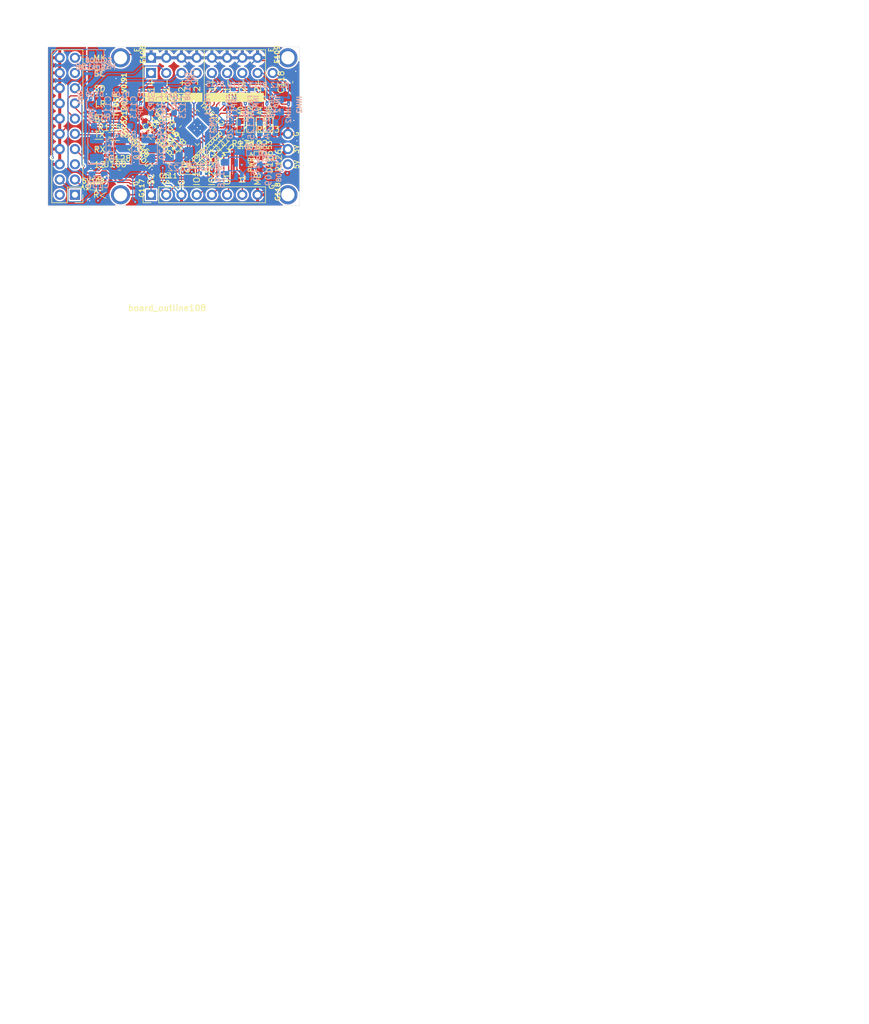
<source format=kicad_pcb>
(kicad_pcb (version 20241229) (generator "pcbnew") (generator_version "9.0")
  (layers (0 "F.Cu" signal) (4 "In1.Cu" signal) (6 "In2.Cu" signal) (2 "B.Cu" signal) (13 "F.Paste" user) (15 "B.Paste" user) (5 "F.SilkS" user "F.Silkscreen") (7 "B.SilkS" user "B.Silkscreen") (1 "F.Mask" user) (3 "B.Mask" user) (25 "Edge.Cuts" user))
  (net 0 "")
  (net 1 "GNDD")
  (net 2 "5V")
  (net 3 "Earth")
  (net 4 "Net-(ADD110-Pad1)")
  (net 5 "Net-(ADD111-Pad1)")
  (net 6 "Net-(ADD112-Pad1)")
  (net 8 "EN_HELD_HIGH")
  (net 9 "IN2P")
  (net 10 "IN1M")
  (net 12 "IN1P")
  (net 13 "Net-(C110-Pad2)")
  (net 14 "IN2M")
  (net 15 "OUT1P")
  (net 16 "Net-(C114-Pad2)")
  (net 17 "OUT1M")
  (net 18 "OUT2P")
  (net 19 "OUT2M")
  (net 20 "Net-(C120-Pad2)")
  (net 21 "Net-(C122-Pad2)")
  (net 22 "Net-(C124-Pad1)")
  (net 23 "Net-(C125-Pad1)")
  (net 24 "Net-(C126-Pad1)")
  (net 25 "5212_BCLK1")
  (net 26 "5212_LRCK1")
  (net 27 "5212_SCL")
  (net 28 "5212_SDA")
  (net 29 "5212_DOUT1")
  (net 30 "5212_DIN1")
  (net 31 "5212_DOUT1+")
  (net 32 "MICBIAS")
  (net 33 "3.3V_LDO")
  (net 34 "Net-(C127-Pad1)")
  (net 35 "5212_MCLK1")
  (net 36 "GPI1")
  (net 37 "Net-(D116-A)")
  (net 38 "GPO1")
  (net 39 "DSP_SCL")
  (net 40 "DSP_SDA")
  (net 41 "OUT1M+")
  (net 42 "OUT2M+")
  (net 43 "OUT2P+")
  (net 44 "IN1M+")
  (net 45 "IN1P+")
  (net 46 "IN2P+")
  (net 47 "IN2M+")
  (net 48 "OUT1P+")
  (net 49 "GPIO1")
  (net 50 "3.3V_A")
  (net 51 "GPIO2")
  (net 52 "Net-(PU_EN108-Pad1)")
  (net 53 "Net-(U108-Y)")
  (net 55 "Net-(R128-Pad2)")
  (net 56 "3.3v_IDE")
  (net 57 "5V_THIN")
  (net 58 "3.3V_THIN")
  (net 59 "Net-(TAC5212-DREG)")
  (net 60 "Net-(TAC5212-VREF)")
  (net 61 "Net-(TAC5212-GPI1)")
  (net 62 "Net-(TAC5212-GPO1)")
  (net 63 "Net-(TAC5212-GPIO2)")
  (net 64 "Net-(TAC5212-GPIO1)")
  (net 65 "Net-(TAC5212-FSYNC)")
  (net 66 "Net-(TAC5212-DOUT)")
  (net 67 "Net-(TAC5212-DIN)")
  (net 68 "Net-(TAC5212-BCLK)")
  (net 69 "Net-(TAC5212-ADDR)")
  (net 70 "Net-(5V108-Pad2)")
  (net 71 "Net-(G118-Pad1)")
  (net 72 "Net-(E108-Pad2)")
  (net 73 "Net-(E109-Pad2)")
  (net 74 "Net-(G117-Pad1)")
  (net 75 "Net-(U109-GND)")
  (footprint "project_fp:R_0402_1005Metric_Pad0.72x0.64mm_HandSolder" (layer "F.Cu") (at 113.6 114.4 135)
    (property "Reference" "R113")
    (property "Value" "0 Ohm")
  )
  (footprint "project_fp:R_0402_1005Metric" (layer "F.Cu") (at 110.4 117.4 -45)
    (property "Reference" "R121")
    (property "Value" "2.21k ohm")
  )
  (footprint "project_fp:audio_module_board_outline_50x34.5_d1" (layer "F.Cu") (at 84.8325 124.405)
    (property "Reference" "board_outline108")
    (property "Value" "board" (hide yes))
    (fp_rect (start 0 -26.46) (end 42 0) (stroke (width 0.05)) (fill no) (layer "Edge.Cuts"))
  )
  (footprint "project_fp:via" (layer "F.Cu") (at 117.1 114)
    (property "Reference" "G110" (hide yes))
    (property "Value" "VIA" (hide yes))
  )
  (footprint "project_fp:SolderJumper-2_Open_Pad0.5x1.0mm_ADDR" (layer "F.Cu") (at 117 110.95 90)
    (property "Reference" "ADD108" (hide yes))
    (property "Value" "0x50 | 0xA0")
  )
  (footprint "project_fp:R_0402_1005Metric_Pad0.72x0.64mm_HandSolder" (layer "F.Cu") (at 114.4 113.6 135)
    (property "Reference" "R112")
    (property "Value" "0 Ohm")
  )
  (footprint "project_fp:C_0805_2012Metric_Pad1.18x1.45mm_HandSolder" (layer "F.Cu") (at 105 118.2 180)
    (property "Reference" "C111")
    (property "Value" "10uF")
  )
  (footprint "project_fp:R_0402_1005Metric_Pad0.72x0.64mm_HandSolder" (layer "F.Cu") (at 112.8 115.2 135)
    (property "Reference" "R114")
    (property "Value" "0 Ohm")
  )
  (footprint "project_fp:R_0402_1005Metric_Pad0.72x0.64mm_HandSolder" (layer "F.Cu") (at 105.86783 114.286208 45)
    (property "Reference" "R115")
    (property "Value" "0 Ohm")
  )
  (footprint "project_fp:SolderJumper-2_Open_Pad0.5x1.0mm_ADDR" (layer "F.Cu") (at 118.6 110.95 90)
    (property "Reference" "ADD112" (hide yes))
    (property "Value" "0x51 | 0xA2")
  )
  (footprint "project_fp:C_0402_1005Metric" (layer "F.Cu") (at 105.2 108.8 135)
    (property "Reference" "C109")
    (property "Value" "0.1uF")
  )
  (footprint "project_fp:SolderJumper-2_Open_Pad0.5x1.0mm_ADDR" (layer "F.Cu") (at 120.2 110.95 90)
    (property "Reference" "ADD110" (hide yes))
    (property "Value" "0x52 | 0xA4")
  )
  (footprint "project_fp:C_0805_2012Metric_Pad1.18x1.45mm_HandSolder" (layer "F.Cu") (at 101.4 113.7 135)
    (property "Reference" "C115")
    (property "Value" "10uF")
  )
  (footprint "project_fp:via" (layer "F.Cu") (at 99.2 117.2)
    (property "Reference" "G109" (hide yes))
    (property "Value" "VIA" (hide yes))
  )
  (footprint "project_fp:via" (layer "F.Cu") (at 118.4 114)
    (property "Reference" "G112" (hide yes))
    (property "Value" "VIA" (hide yes))
  )
  (footprint "project_fp:SOT-23-5" (layer "F.Cu") (at 96 115.1 180)
    (property "Reference" "U108")
    (property "Value" "Single Buffer - 74LVC1G125GV,125 - SOT-23-5")
  )
  (footprint "project_fp:R_0402_1005Metric_Pad0.72x0.64mm_HandSolder" (layer "F.Cu") (at 107.211333 115.629711 45)
    (property "Reference" "R118")
    (property "Value" "0 Ohm")
  )
  (footprint "project_fp:via" (layer "F.Cu") (at 92 118.2)
    (property "Reference" "G111" (hide yes))
    (property "Value" "VIA" (hide yes))
  )
  (footprint "project_fp:via" (layer "F.Cu") (at 102.2 118.4)
    (property "Reference" "G113" (hide yes))
    (property "Value" "VIA" (hide yes))
  )
  (footprint "project_fp:R_0402_1005Metric" (layer "F.Cu") (at 122.2 116.9 -90)
    (property "Reference" "R126")
    (property "Value" "2.21k ohm")
  )
  (footprint "project_fp:jumper_slice" (layer "F.Cu") (at 99.7 99.7 90)
    (property "Reference" "E108")
    (property "Value" "jumper")
  )
  (footprint "project_fp:C_0603_1608Metric_Pad1.08x0.95mm_HandSolder" (layer "F.Cu") (at 125.2 103.8 90)
    (property "Reference" "C118")
    (property "Value" "1uF")
  )
  (footprint "project_fp:C_0402_1005Metric" (layer "F.Cu") (at 104.4 112.6 -135)
    (property "Reference" "C116")
    (property "Value" "0.1uF")
  )
  (footprint "project_fp:C_0805_2012Metric_Pad1.18x1.45mm_HandSolder" (layer "F.Cu") (at 102 109.9 -135)
    (property "Reference" "C108")
    (property "Value" "10uF")
  )
  (footprint "project_fp:D_0805_2012Metric_custom" (layer "F.Cu") (at 120.2 117.1 -90)
    (property "Reference" "D116")
    (property "Value" "RED LED")
  )
  (footprint "project_fp:VQFN-24-1EP_4x4mm_P0.5mm_EP2.45x2.45mm_ThermalVias" (layer "F.Cu") (at 109.769033 111.385514 45)
    (property "Reference" "TAC5212")
    (property "Value" "TAC5212")
  )
  (footprint "project_fp:C_0402_1005Metric" (layer "F.Cu") (at 108.2 116.6 -135)
    (property "Reference" "C112")
    (property "Value" "0.1uF")
  )
  (footprint "project_fp:jumper_slice" (layer "F.Cu") (at 122.1 99.7 90)
    (property "Reference" "E109")
    (property "Value" "jumper")
  )
  (footprint "project_fp:SolderJumper-2_Open_Pad0.5x1.0mm_ADDR" (layer "F.Cu") (at 121.8 110.95 90)
    (property "Reference" "ADD111" (hide yes))
    (property "Value" "0x53 | 0xA6")
  )
  (footprint "project_fp:jumper_slice_disconnected_alt-text" (layer "F.Cu") (at 99.3 115.4 135)
    (property "Reference" "DOUT108")
    (property "Value" "Jump DOUT1")
  )
  (footprint "project_fp:R_0402_1005Metric_Pad0.72x0.64mm_HandSolder" (layer "F.Cu") (at 115.2 112.8 135)
    (property "Reference" "R110")
    (property "Value" "0 Ohm")
  )
  (footprint "project_fp:jumper_slice_1mm" (layer "F.Cu") (at 92.9 121.3 180)
    (property "Reference" "5V108")
    (property "Value" "jumper")
  )
  (footprint "project_fp:C_0603_1608Metric_Pad1.08x0.95mm_HandSolder" (layer "F.Cu") (at 96.8 118)
    (property "Reference" "C128")
    (property "Value" "1uF")
  )
  (footprint "project_fp:R_0402_1005Metric" (layer "F.Cu") (at 121.6 112.9)
    (property "Reference" "R123")
    (property "Value" "4.7k")
  )
  (footprint "project_fp:C_0603_1608Metric_Pad1.08x0.95mm_HandSolder" (layer "F.Cu") (at 103.2 111.4 45)
    (property "Reference" "C119")
    (property "Value" "1uF")
  )
  (footprint "project_fp:R_0402_1005Metric" (layer "F.Cu") (at 117.4 112.9 180)
    (property "Reference" "R124")
    (property "Value" "4.7k")
  )
  (footprint "project_fp:R_0402_1005Metric_Pad0.72x0.64mm_HandSolder" (layer "F.Cu") (at 105.196079 113.614456 45)
    (property "Reference" "R119")
    (property "Value" "0 Ohm")
  )
  (footprint "project_fp:SolderJumper-2_Open_Pad0.5x1.0mm_PU" (layer "F.Cu") (at 108.2 118.6)
    (property "Reference" "PU_EN108" (hide yes))
    (property "Value" "JUMPER")
  )
  (footprint "project_fp:R_0402_1005Metric_Pad0.72x0.64mm_HandSolder" (layer "F.Cu") (at 106.539582 114.957959 45)
    (property "Reference" "R117")
    (property "Value" "49.9 ohm")
  )
  (footprint "project_fp:jumper_slice" (layer "F.Cu") (at 122.2 122.6 90)
    (property "Reference" "G118")
    (property "Value" "jumper")
  )
  (footprint "project_fp:R_0402_1005Metric" (layer "F.Cu") (at 119.6 112.9 180)
    (property "Reference" "R122")
    (property "Value" "22.0k")
  )
  (footprint "project_fp:NetTie-2_SMD_Pad0.2mm" (layer "F.Cu") (at 104.6 109.6)
    (property "Reference" "NT109" (hide yes))
    (property "Value" "NetTie_2" (hide yes))
  )
  (footprint "project_fp:via" (layer "F.Cu") (at 105 119.8)
    (property "Reference" "G115" (hide yes))
    (property "Value" "VIA" (hide yes))
  )
  (footprint "project_fp:via" (layer "F.Cu") (at 123 115.6)
    (property "Reference" "G114" (hide yes))
    (property "Value" "VIA" (hide yes))
  )
  (footprint "project_fp:R_0402_1005Metric_Pad0.72x0.64mm_HandSolder" (layer "F.Cu") (at 95.1 112.6)
    (property "Reference" "R125")
    (property "Value" "49.9 ohm")
  )
  (footprint "project_fp:jumper_slice" (layer "F.Cu") (at 99.5 122 90)
    (property "Reference" "G117")
    (property "Value" "jumper")
  )
  (footprint "project_fp:via" (layer "F.Cu") (at 125.9 110.2)
    (property "Reference" "G116" (hide yes))
    (property "Value" "VIA" (hide yes))
  )
  (footprint "project_fp:via" (layer "F.Cu") (at 115.8 114.5)
    (property "Reference" "G108" (hide yes))
    (property "Value" "VIA" (hide yes))
  )
  (footprint "project_fp:R_0402_1005Metric" (layer "F.Cu") (at 111.2 116.6 135)
    (property "Reference" "R120")
    (property "Value" "2.21k ohm")
  )
  (footprint "project_fp:C_0805_2012Metric_Pad1.18x1.45mm_HandSolder" (layer "B.Cu") (at 122.134314 118.4375 90)
    (property "Reference" "T*C108")
    (property "Value" "10uF")
  )
  (footprint "project_fp:C_0603_1608Metric_Pad1.08x0.95mm_HandSolder" (layer "B.Cu") (at 113.9 111.4 -90)
    (property "Reference" "C127")
    (property "Value" "10UF")
  )
  (footprint "project_fp:jumper_slice_via" (layer "B.Cu") (at 100.3 106.925 -90)
    (property "Reference" "OP2")
    (property "Value" "Jump Filter" (hide yes))
  )
  (footprint "project_fp:D_0402_1005Metric_Pad0.77x0.64mm_HandSolder" (layer "B.Cu") (at 104.9 105.1)
    (property "Reference" "D111")
    (property "Value" "TPD1E1B04 - 0402 size")
  )
  (footprint "project_fp:R_0603_1608Metric_Pad1.05x0.95mm_HandSolder" (layer "B.Cu") (at 97.7 111.1)
    (property "Reference" "R108")
    (property "Value" "100")
  )
  (footprint "project_fp:jumper_slice_via" (layer "B.Cu") (at 121.4 106.935 -90)
    (property "Reference" "INP2")
    (property "Value" "Jump Filter" (hide yes))
  )
  (footprint "project_fp:C_0603_1608Metric_Pad1.08x0.95mm_HandSolder" (layer "B.Cu") (at 120.2 118.4375 90)
    (property "Reference" "T*C109")
    (property "Value" "1uF")
  )
  (footprint "project_fp:R_0402_1005Metric" (layer "B.Cu") (at 112.6 119.6 90)
    (property "Reference" "R128")
    (property "Value" "2.21k ohm")
  )
  (footprint "project_fp:C_0603_1608Metric_Pad1.08x0.95mm_HandSolder" (layer "B.Cu") (at 122.8 111.4 -90)
    (property "Reference" "C124")
    (property "Value" "10UF")
  )
  (footprint "project_fp:C_0805_2012Metric_Pad1.15x1.40mm_HandSolder" (layer "B.Cu") (at 93.2 121.6)
    (property "Reference" "C131")
    (property "Value" "47uF")
  )
  (footprint "project_fp:C_0805_2012Metric_Pad1.15x1.40mm_HandSolder" (layer "B.Cu") (at 93.2 119.4 180)
    (property "Reference" "C130")
    (property "Value" "47uF")
  )
  (footprint "project_fp:jumper_slice" (layer "B.Cu") (at 109.2 105 90)
    (property "Reference" "GND108")
    (property "Value" "BRIDGE")
  )
  (footprint "project_fp:C_0603_1608Metric_Pad1.08x0.95mm_HandSolder" (layer "B.Cu") (at 120.2 111.5 -90)
    (property "Reference" "C125")
    (property "Value" "10UF")
  )
  (footprint "project_fp:jumper_slice_via" (layer "B.Cu") (at 125 106.9825 -90)
    (property "Reference" "INM2")
    (property "Value" "Jump Filter" (hide yes))
  )
  (footprint "project_fp:CP_EIA-3528-21_Kemet-B_Pad1.50x2.35mm_HandSolder" (layer "B.Cu") (at 93 114.9 90)
    (property "Reference" "C114")
    (property "Value" "47uF")
  )
  (footprint "project_fp:C_0805_2012Metric_Pad1.18x1.45mm_HandSolder" (layer "B.Cu") (at 114.4 118.2 -90)
    (property "Reference" "T*C110")
    (property "Value" "10uF")
  )
  (footprint "project_fp:jumper_slice_via" (layer "B.Cu") (at 104.2 106.7 -90)
    (property "Reference" "OM2")
    (property "Value" "Jump Filter" (hide yes))
  )
  (footprint "project_fp:jumper_slice_1mm" (layer "B.Cu") (at 119 115.6)
    (property "Reference" "3V108")
    (property "Value" "jumper")
  )
  (footprint "project_fp:jumper_slice" (layer "B.Cu") (at 91.6 102.4)
    (property "Reference" "SDA108")
    (property "Value" "jumper")
  )
  (footprint "Jumper:SolderJumper-2_P1.3mm_Open_Pad1.0x1.5mm" (layer "B.Cu") (at 92.8 99.4)
    (property "Reference" "MCLK108")
    (property "Value" "jumper")
  )
  (footprint "project_fp:CP_EIA-3528-21_Kemet-B_Pad1.50x2.35mm_HandSolder" (layer "B.Cu") (at 106.725001 115.8)
    (property "Reference" "C122")
    (property "Value" "47uF")
  )
  (footprint "project_fp:jumper_slice" (layer "B.Cu") (at 92.8 101.2)
    (property "Reference" "SCL108")
    (property "Value" "jumper")
  )
  (footprint "project_fp:R_0603_1608Metric_Pad1.05x0.95mm_HandSolder" (layer "B.Cu") (at 93.4 111.1 180)
    (property "Reference" "R109")
    (property "Value" "100")
  )
  (footprint "project_fp:D_0402_1005Metric_Pad0.77x0.64mm_HandSolder" (layer "B.Cu") (at 120 105.035 180)
    (property "Reference" "D113")
    (property "Value" "TPD1E1B04 - 0402 size")
  )
  (footprint "project_fp:C_0805_2012Metric_Pad1.18x1.45mm_HandSolder" (layer "B.Cu") (at 116.3 107.6625 -90)
    (property "Reference" "FB110")
    (property "Value" "BLM21A601S - BLM21AG601SH1")
  )
  (footprint "project_fp:C_0805_2012Metric_Pad1.18x1.45mm_HandSolder" (layer "B.Cu") (at 112.7 107.5 -90)
    (property "Reference" "FB111")
    (property "Value" "BLM21A601S - BLM21AG601SH1")
  )
  (footprint "project_fp:R_0603_1608Metric_Pad1.05x0.95mm_HandSolder" (layer "B.Cu") (at 102 111.1)
    (property "Reference" "R111")
    (property "Value" "100")
  )
  (footprint "project_fp:D_0402_1005Metric_Pad0.77x0.64mm_HandSolder" (layer "B.Cu") (at 123.6 105.0825 180)
    (property "Reference" "D112")
    (property "Value" "TPD1E1B04 - 0402 size")
  )
  (footprint "project_fp:C_0603_1608Metric_Pad1.08x0.95mm_HandSolder" (layer "B.Cu") (at 105.9 108 90)
    (property "Reference" "C123")
    (property "Value" "0.047uF")
  )
  (footprint "project_fp:NetTie-2_SMD_Pad0.2mm" (layer "B.Cu") (at 123.6 118.8 -135)
    (property "Reference" "NT108" (hide yes))
    (property "Value" "NetTie_2" (hide yes))
  )
  (footprint "project_fp:SOT-23-5" (layer "B.Cu") (at 117.211814 118.415 90)
    (property "Reference" "U109")
    (property "Value" "3.3v LDO - TLV74133PDBVR")
  )
  (footprint "project_fp:D_0402_1005Metric_Pad0.77x0.64mm_HandSolder" (layer "B.Cu") (at 96.9 105.1)
    (property "Reference" "D108")
    (property "Value" "TPD1E1B04 - 0402 size")
  )
  (footprint "project_fp:C_0603_1608Metric_Pad1.08x0.95mm_HandSolder" (layer "B.Cu") (at 97.7 108 90)
    (property "Reference" "C113")
    (property "Value" "0.047uF")
  )
  (footprint "project_fp:C_0603_1608Metric_Pad1.08x0.95mm_HandSolder" (layer "B.Cu") (at 116.6 111.4 -90)
    (property "Reference" "C126")
    (property "Value" "10UF")
  )
  (footprint "project_fp:D_0402_1005Metric_Pad0.77x0.64mm_HandSolder" (layer "B.Cu") (at 101.2 105.1)
    (property "Reference" "D110")
    (property "Value" "TPD1E1B04 - 0402 size")
  )
  (footprint "project_fp:CP_EIA-3528-21_Kemet-B_Pad1.50x2.35mm_HandSolder" (layer "B.Cu") (at 97.3 114.9 90)
    (property "Reference" "C110")
    (property "Value" "47uF")
  )
  (footprint "project_fp:D_0402_1005Metric_Pad0.77x0.64mm_HandSolder" (layer "B.Cu") (at 92.6 105.1)
    (property "Reference" "D109")
    (property "Value" "TPD1E1B04 - 0402 size")
  )
  (footprint "Resistor_SMD:R_0402_1005Metric_Pad0.72x0.64mm_HandSolder" (layer "B.Cu") (at 110.8 119 180)
    (property "Reference" "SCL109")
    (property "Value" "jumper")
  )
  (footprint "project_fp:C_0603_1608Metric_Pad1.08x0.95mm_HandSolder" (layer "B.Cu") (at 102 108 90)
    (property "Reference" "C121")
    (property "Value" "0.047uF")
  )
  (footprint "project_fp:CP_EIA-3528-21_Kemet-B_Pad1.50x2.35mm_HandSolder" (layer "B.Cu") (at 101.6 114.9 90)
    (property "Reference" "C120")
    (property "Value" "47uF")
  )
  (footprint "project_fp:D_0402_1005Metric_Pad0.77x0.64mm_HandSolder" (layer "B.Cu") (at 116.4 105.035 180)
    (property "Reference" "D114")
    (property "Value" "TPD1E1B04 - 0402 size")
  )
  (footprint "project_fp:jumper_slice_via" (layer "B.Cu") (at 96 107 -90)
    (property "Reference" "OP1")
    (property "Value" "Jump Filter" (hide yes))
  )
  (footprint "project_fp:R_0603_1608Metric_Pad1.05x0.95mm_HandSolder" (layer "B.Cu") (at 105.5 112 -90)
    (property "Reference" "R116")
    (property "Value" "100")
  )
  (footprint "project_fp:jumper_slice_via" (layer "B.Cu") (at 117.8 106.8625 -90)
    (property "Reference" "INM1")
    (property "Value" "Jump Filter" (hide yes))
  )
  (footprint "project_fp:C_0805_2012Metric_Pad1.18x1.45mm_HandSolder" (layer "B.Cu") (at 119.9 107.735 -90)
    (property "Reference" "FB109")
    (property "Value" "BLM21A601S - BLM21AG601SH1")
  )
  (footprint "project_fp:jumper_slice" (layer "B.Cu") (at 121.6 115.6 180)
    (property "Reference" "G119")
    (property "Value" "jumper")
  )
  (footprint "project_fp:C_0805_2012Metric_Pad1.18x1.45mm_HandSolder" (layer "B.Cu") (at 123.5 107.7725 -90)
    (property "Reference" "FB108")
    (property "Value" "BLM21A601S - BLM21AG601SH1")
  )
  (footprint "project_fp:D_0402_1005Metric_Pad0.77x0.64mm_HandSolder" (layer "B.Cu") (at 112.8 104.9 180)
    (property "Reference" "D115")
    (property "Value" "TPD1E1B04 - 0402 size")
  )
  (footprint "project_fp:C_0603_1608Metric_Pad1.08x0.95mm_HandSolder" (layer "B.Cu") (at 112.349617 116.788082 -90)
    (property "Reference" "C129")
    (property "Value" "1uF")
  )
  (footprint "project_fp:jumper_slice_via_alt_text" (layer "B.Cu") (at 92 107 90)
    (property "Reference" "OM1")
    (property "Value" "Jump Filter" (hide yes))
  )
  (footprint "project_fp:C_0603_1608Metric_Pad1.08x0.95mm_HandSolder" (layer "B.Cu") (at 93.4 108 90)
    (property "Reference" "C117")
    (property "Value" "0.047uF")
  )
  (footprint "project_fp:jumper_slice_via" (layer "B.Cu") (at 114.2 106.925 -90)
    (property "Reference" "INP1")
    (property "Value" "Jump Filter" (hide yes))
  )
  (gr_text_box "T-DSP\nTAC5212Q1 V0.91" (start 95.2 101.4873) (end 107.1 113.7127) (margins 0.6 0.6 0.6 0.6) (angle 90) (layer "F.SilkS") (effects (font (size 0.8 0.8) (thickness 0.2) (bold yes)) (justify top)) (border no))
  (segment (start 100.35 122.85) (end 100.35 122.35) (width 0.2) (layer "F.Cu") (net 1))
  (segment (start 109.2 108.384034) (end 109.769033 108.953067) (width 0.2) (layer "F.Cu") (net 1))
  (segment (start 104.033623 112.966377) (end 104.060589 112.939411) (width 0.2) (layer "F.Cu") (net 1))
  (segment (start 109.65 119.4) (end 109.05 120) (width 0.2) (layer "F.Cu") (net 1))
  (segment (start 106.539612 111.385514) (end 106.43899 111.486136) (width 0.2) (layer "F.Cu") (net 1))
  (segment (start 109.2 107.025) (end 109.2 108.384034) (width 0.2) (layer "F.Cu") (net 1))
  (segment (start 97.6625 118) (end 97.6625 118.235913) (width 0.2) (layer "F.Cu") (net 1))
  (segment (start 112.20148 111.385514) (end 115.614486 111.385514) (width 0.2) (layer "F.Cu") (net 1))
  (segment (start 109.05 120) (end 105.977818 120) (width 0.2) (layer "F.Cu") (net 1))
  (segment (start 87.9725 111.265) (end 91.515 111.265) (width 0.2) (layer "F.Cu") (net 1))
  (segment (start 109.769033 113.817961) (end 109.769033 115.928993) (width 0.2) (layer "F.Cu") (net 1))
  (segment (start 109.65 117.8) (end 109.65 119.4) (width 0.2) (layer "F.Cu") (net 1))
  (segment (start 97.6625 118.235913) (end 99.006587 119.58) (width 0.2) (layer "F.Cu") (net 1))
  (segment (start 117.85 113.86) (end 117.85 114.45) (width 0.2) (layer "F.Cu") (net 1))
  (segment (start 108.789411 116.939411) (end 109.65 117.8) (width 0.2) (layer "F.Cu") (net 1))
  (segment (start 100.666377 112.966377) (end 104.033623 112.966377) (width 0.2) (layer "F.Cu") (net 1))
  (segment (start 104.060589 112.076741) (end 104.060589 112.939411) (width 0.2) (layer "F.Cu") (net 1))
  (segment (start 117.85 114.45) (end 118 114.6) (width 0.2) (layer "F.Cu") (net 1))
  (segment (start 100.35 122.35) (end 99.5 121.5) (width 0.2) (layer "F.Cu") (net 1))
  (segment (start 104.651194 111.486136) (end 104.060589 112.076741) (width 0.2) (layer "F.Cu") (net 1))
  (segment (start 108.498026 117.2) (end 108.121178 117.2) (width 0.2) (layer "F.Cu") (net 1))
  (segment (start 99.4 123.8) (end 100.35 122.85) (width 0.2) (layer "F.Cu") (net 1))
  (segment (start 108.121178 117.2) (end 107.860589 116.939411) (width 0.2) (layer "F.Cu") (net 1))
  (segment (start 120.3325 122.1) (end 119.8275 122.605) (width 0.2) (layer "F.Cu") (net 1))
  (segment (start 109.769033 115.928993) (end 108.498026 117.2) (width 0.2) (layer "F.Cu") (net 1))
  (segment (start 86.7975 112.44) (end 87.9725 111.265) (width 0.2) (layer "F.Cu") (net 1))
  (segment (start 118 114.6) (end 119.4 114.6) (width 0.2) (layer "F.Cu") (net 1))
  (segment (start 106.43899 111.486136) (end 104.651194 111.486136) (width 0.2) (layer "F.Cu") (net 1))
  (segment (start 104.177818 118.2) (end 103.9625 118.2) (width 0.2) (layer "F.Cu") (net 1))
  (segment (start 107.860589 116.939411) (end 108.789411 116.939411) (width 0.2) (layer "F.Cu") (net 1))
  (segment (start 115.614486 111.385514) (end 115.8 111.2) (width 0.2) (layer "F.Cu") (net 1))
  (segment (start 122.2 122.1) (end 120.3325 122.1) (width 0.2) (layer "F.Cu") (net 1))
  (segment (start 107.336586 111.385514) (end 106.539612 111.385514) (width 0.2) (layer "F.Cu") (net 1))
  (segment (start 91.515 111.265) (end 92.25 112) (width 0.2) (layer "F.Cu") (net 1))
  (segment (start 105.977818 120) (end 104.177818 118.2) (width 0.2) (layer "F.Cu") (net 1))
  (segment (start 116.89 112.9) (end 117.85 113.86) (width 0.2) (layer "F.Cu") (net 1))
  (via (at 93 114.8) (size 0.45) (drill 0.2) (layers "F.Cu" "B.Cu") (net 1))
  (via (at 112.2 118.4) (size 0.45) (drill 0.2) (layers "F.Cu" "B.Cu") (net 1))
  (via (at 99.4 123.8) (size 0.45) (drill 0.2) (layers "F.Cu" "B.Cu") (net 1))
  (via (at 109.2 107.025) (size 0.8) (drill 0.4) (layers "F.Cu" "B.Cu") (net 1))
  (via (at 92.25 112) (size 0.45) (drill 0.2) (layers "F.Cu" "B.Cu") (net 1))
  (via (at 119.4 114.6) (size 0.45) (drill 0.2) (layers "F.Cu" "B.Cu") (net 1))
  (via (at 93.363425 118.278913) (size 0.45) (drill 0.2) (layers "F.Cu" "B.Cu") (net 1))
  (via (at 98 110) (size 0.45) (drill 0.2) (layers "F.Cu" "B.Cu") (net 1))
  (via (at 115.6 115.4) (size 0.45) (drill 0.2) (layers "F.Cu" "B.Cu") (net 1))
  (via (at 117.2 117.6) (size 0.45) (drill 0.2) (layers "F.Cu" "B.Cu") (net 1))
  (via (at 104 118.1) (size 0.45) (drill 0.2) (layers "F.Cu" "B.Cu") (net 1))
  (via (at 115.8 111.2) (size 0.45) (drill 0.2) (layers "F.Cu" "B.Cu") (net 1))
  (via (at 99.006587 119.58) (size 0.45) (drill 0.2) (layers "F.Cu" "B.Cu") (net 1))
  (via (at 124.8 119) (size 0.45) (drill 0.2) (layers "F.Cu" "B.Cu") (net 1))
  (via (at 93.2 123.6) (size 0.45) (drill 0.2) (layers "F.Cu" "B.Cu") (net 1))
  (segment (start 99 119.586587) (end 99.006587 119.58) (width 0.2) (layer "B.Cu") (net 1))
  (segment (start 92.175 119.4) (end 93.296087 118.278913) (width 0.2) (layer "B.Cu") (net 1))
  (segment (start 107.1275 119.369456) (end 107.1275 122.605) (width 0.2) (layer "B.Cu") (net 1))
  (segment (start 106.7 118.6) (end 106.728448 118.628448) (width 0.2) (layer "B.Cu") (net 1))
  (segment (start 104 120.3) (end 104 118.1) (width 0.2) (layer "B.Cu") (net 1))
  (segment (start 107.027182 122.605) (end 105.322182 120.9) (width 0.2) (layer "B.Cu") (net 1))
  (segment (start 112.3002 117.7) (end 107.6 117.7) (width 0.2) (layer "B.Cu") (net 1))
  (segment (start 99.4 123.8) (end 99 123.4) (width 0.2) (layer "B.Cu") (net 1))
  (segment (start 109.2 110.816481) (end 109.274058 110.890539) (width 0.2) (layer "B.Cu") (net 1))
  (segment (start 107.065275 118.219456) (end 106.728448 118.556283) (width 0.2) (layer "B.Cu") (net 1))
  (segment (start 112.349617 118.250383) (end 112.2 118.4) (width 0.2) (layer "B.Cu") (net 1))
  (segment (start 110.675 112.275) (end 110.675 115.837501) (width 0.2) (layer "B.Cu") (net 1))
  (segment (start 93.296087 118.278913) (end 93.363425 118.278913) (width 0.2) (layer "B.Cu") (net 1))
  (segment (start 106.728448 118.571552) (end 106.7 118.6) (width 0.2) (layer "B.Cu") (net 1))
  (segment (start 109.4 111) (end 110.675 112.275) (width 0.2) (layer "B.Cu") (net 1))
  (segment (start 94.224999 121.6) (end 94.224999 122.575001) (width 0.2) (layer "B.Cu") (net 1))
  (segment (start 99 123.4) (end 99 119.586587) (width 0.2) (layer "B.Cu") (net 1))
  (segment (start 104.6 120.9) (end 104 120.3) (width 0.2) (layer "B.Cu") (net 1))
  (segment (start 107.6 117.7) (end 107.080544 118.219456) (width 0.2) (layer "B.Cu") (net 1))
  (segment (start 107.1275 122.605) (end 107.027182 122.605) (width 0.2) (layer "B.Cu") (net 1))
  (segment (start 106.728448 118.628448) (end 106.728448 119.032629) (width 0.2) (layer "B.Cu") (net 1))
  (segment (start 109.2 105.504) (end 109.2 107.025) (width 0.2) (layer "B.Cu") (net 1))
  (segment (start 105.322182 120.9) (end 104.6 120.9) (width 0.2) (layer "B.Cu") (net 1))
  (segment (start 106.728448 118.556283) (end 106.728448 118.571552) (width 0.2) (layer "B.Cu") (net 1))
  (segment (start 107.080544 118.219456) (end 107.065275 118.219456) (width 0.2) (layer "B.Cu") (net 1))
  (segment (start 112.349617 117.650583) (end 112.349617 118.250383) (width 0.2) (layer "B.Cu") (net 1))
  (segment (start 112.349617 117.650583) (end 112.3002 117.7) (width 0.2) (layer "B.Cu") (net 1))
  (segment (start 106.728448 119.032629) (end 107.065275 119.369456) (width 0.2) (layer "B.Cu") (net 1))
  (segment (start 94.224999 122.575001) (end 93.2 123.6) (width 0.2) (layer "B.Cu") (net 1))
  (segment (start 110.675 115.837501) (end 112.5 117.662501) (width 0.2) (layer "B.Cu") (net 1))
  (segment (start 107.065275 119.369456) (end 107.1275 119.369456) (width 0.2) (layer "B.Cu") (net 1))
  (segment (start 109.2 107.025) (end 109.2 110.816481) (width 0.2) (layer "B.Cu") (net 1))
  (segment (start 93.452 121.3) (end 94.35 120.402) (width 0.5) (layer "F.Cu") (net 2))
  (segment (start 94.35 119.695318) (end 94.314682 119.66) (width 0.5) (layer "F.Cu") (net 2))
  (segment (start 94.35 120.402) (end 94.35 119.695318) (width 0.5) (layer "F.Cu") (net 2))
  (via (at 123.90875 118.50875) (size 0.45) (drill 0.2) (layers "F.Cu" "B.Cu") (net 2))
  (via (at 94.314682 119.66) (size 0.8) (drill 0.4) (layers "F.Cu" "B.Cu") (net 2))
  (segment (start 103.162076 107.7) (end 101.175 107.7) (width 0.2) (layer "F.Cu") (net 3))
  (segment (start 99.95 109.174291) (end 101.266377 110.490668) (width 0.2) (layer "F.Cu") (net 3))
  (segment (start 100.875 108) (end 100.523681 108) (width 0.2) (layer "F.Cu") (net 3))
  (segment (start 125.2 102.937499) (end 125.262501 102.937499) (width 0.2) (layer "F.Cu") (net 3))
  (segment (start 104.860589 108.460589) (end 104.162663 107.762663) (width 0.2) (layer "F.Cu") (net 3))
  (segment (start 122.1 100.2) (end 120.2825 100.2) (width 0.2) (layer "F.Cu") (net 3))
  (segment (start 99.95 108.573681) (end 99.95 109.174291) (width 0.2) (layer "F.Cu") (net 3))
  (segment (start 101.175 107.7) (end 100.875 108) (width 0.2) (layer "F.Cu") (net 3))
  (segment (start 125.262501 102.937499) (end 126.2 102) (width 0.2) (layer "F.Cu") (net 3))
  (segment (start 103.224739 107.762663) (end 103.162076 107.7) (width 0.2) (layer "F.Cu") (net 3))
  (segment (start 100.523681 108) (end 99.95 108.573681) (width 0.2) (layer "F.Cu") (net 3))
  (segment (start 102.59012 111.957366) (end 102.59012 112.00988) (width 0.2) (layer "F.Cu") (net 3))
  (segment (start 120.2825 100.2) (end 119.8275 99.745) (width 0.2) (layer "F.Cu") (net 3))
  (segment (start 104.162663 107.762663) (end 103.224739 107.762663) (width 0.2) (layer "F.Cu") (net 3))
  (segment (start 99.7 100.2) (end 101.5925 100.2) (width 0.2) (layer "F.Cu") (net 3))
  (segment (start 101.266377 110.490668) (end 101.266377 110.633623) (width 0.2) (layer "F.Cu") (net 3))
  (segment (start 101.266377 110.633623) (end 102.59012 111.957366) (width 0.2) (layer "F.Cu") (net 3))
  (segment (start 101.5925 100.2) (end 102.0475 99.745) (width 0.2) (layer "F.Cu") (net 3))
  (via (at 94.6 105.8) (size 0.45) (drill 0.2) (layers "F.Cu" "B.Cu") (net 3))
  (via (at 94.4 101) (size 0.45) (drill 0.2) (layers "F.Cu" "B.Cu") (net 3))
  (via (at 91.8 123.6) (size 0.45) (drill 0.2) (layers "F.Cu" "B.Cu") (net 3))
  (via (at 103.224739 107.762663) (size 0.45) (drill 0.2) (layers "F.Cu" "B.Cu") (net 3))
  (via (at 126.4 113.6) (size 0.45) (drill 0.2) (layers "F.Cu" "B.Cu") (net 3))
  (via (at 96.2 103.2) (size 0.45) (drill 0.2) (layers "F.Cu" "B.Cu") (net 3))
  (via (at 94.4 98.4) (size 0.45) (drill 0.2) (layers "F.Cu" "B.Cu") (net 3))
  (via (at 107.75349 104.649666) (size 0.45) (drill 0.2) (layers "F.Cu" "B.Cu") (net 3))
  (via (at 111.2 104.2) (size 0.45) (drill 0.2) (layers "F.Cu" "B.Cu") (net 3))
  (via (at 126.2 102) (size 0.45) (drill 0.2) (layers "F.Cu" "B.Cu") (net 3))
  (via (at 122.15 104.65) (size 0.45) (drill 0.2) (layers "F.Cu" "B.Cu") (net 3))
  (segment (start 114.260799 104.060799) (end 114.260799 103.46) (width 0.2) (layer "B.Cu") (net 3))
  (segment (start 103.4 108.52) (end 103.62 108.3) (width 0.2) (layer "B.Cu") (net 3))
  (segment (start 107.210744 103.46) (end 107.614201 103.46) (width 0.2) (layer "B.Cu") (net 3))
  (segment (start 99.625 109.556398) (end 99.45 109.381398) (width 0.2) (layer "B.Cu") (net 3))
  (segment (start 125.9 102.3) (end 126.2 102) (width 0.2) (layer "B.Cu") (net 3))
  (segment (start 115.2 107.793996) (end 114.8 107.393996) (width 0.2) (layer "B.Cu") (net 3))
  (segment (start 114.8 107.393996) (end 114.8 104.6) (width 0.2) (layer "B.Cu") (net 3))
  (segment (start 109.844906 114.084424) (end 106.895101 111.134619) (width 0.2) (layer "B.Cu") (net 3))
  (segment (start 105 119.8) (end 105 119.446447) (width 0.2) (layer "B.Cu") (net 3))
  (segment (start 119.340799 103.46) (end 118.6525 102.771701) (width 0.2) (layer "B.Cu") (net 3))
  (segment (start 118.4 114) (end 118.15 113.75) (width 0.2) (layer "B.Cu") (net 3))
  (segment (start 110.542843 106.843984) (end 110.542843 105.509951) (width 0.2) (layer "B.Cu") (net 3))
  (segment (start 118.15 113.75) (end 118.15 112.725) (width 0.2) (layer "B.Cu") (net 3))
  (segment (start 118.15 112.725) (end 118.375 112.5) (width 0.2) (layer "B.Cu") (net 3))
  (segment (start 109.588771 117.3) (end 109.844906 117.043865) (width 0.2) (layer "B.Cu") (net 3))
  (segment (start 103.62 108.3) (end 103.62 104.734672) (width 0.2) (layer "B.Cu") (net 3))
  (segment (start 100.538604 99.745) (end 102.0475 99.745) (width 0.2) (layer "B.Cu") (net 3))
  (segment (start 116.56 103.46) (end 116.1125 103.0125) (width 0.2) (layer "B.Cu") (net 3))
  (segment (start 124.2 102) (end 126.2 102) (width 0.2) (layer "B.Cu") (net 3))
  (segment (start 91.235448 106.578156) (end 91.235448 104.639215) (width 0.2) (layer "B.Cu") (net 3))
  (segment (start 106.895101 106.522601) (end 105.4725 105.1) (width 0.2) (layer "B.Cu") (net 3))
  (segment (start 91.05 112.343504) (end 91.235448 112.158056) (width 0.2) (layer "B.Cu") (net 3))
  (segment (start 103.7 116.9) (end 103.7 110.633278) (width 0.2) (layer "B.Cu") (net 3))
  (segment (start 91.235448 108.621844) (end 90.975 108.361396) (width 0.2) (layer "B.Cu") (net 3))
  (segment (start 117.1 114) (end 116.9 114) (width 0.2) (layer "B.Cu") (net 3))
  (segment (start 95.325 108.8875) (end 93.4 106.9625) (width 0.2) (layer "B.Cu") (net 3))
  (segment (start 106.670744 104) (end 107.210744 103.46) (width 0.2) (layer "B.Cu") (net 3))
  (segment (start 92.32593 103.860249) (end 94.516179 101.67) (width 0.2) (layer "B.Cu") (net 3))
  (segment (start 113.125 110.5951) (end 110.425 107.8951) (width 0.2) (layer "B.Cu") (net 3))
  (segment (start 91.235448 112.158056) (end 91.235448 111.77392) (width 0.2) (layer "B.Cu") (net 3))
  (segment (start 118.6525 100.92) (end 119.8275 99.745) (width 0.2) (layer "B.Cu") (net 3))
  (segment (start 98.613604 101.67) (end 100.538604 99.745) (width 0.2) (layer "B.Cu") (net 3))
  (segment (start 117.16 103.46) (end 116.56 103.46) (width 0.2) (layer "B.Cu") (net 3))
  (segment (start 92 118.2) (end 91.5 117.7) (width 0.2) (layer "B.Cu") (net 3))
  (segment (start 91.230081 104.633849) (end 92.003681 103.860249) (width 0.2) (layer "B.Cu") (net 3))
  (segment (start 116.9 114) (end 115.2 112.3) (width 0.2) (layer "B.Cu") (net 3))
  (segment (start 103.62 108.157924) (end 103.224739 107.762663) (width 0.2) (layer "B.Cu") (net 3))
  (segment (start 122.104 115.6) (end 123 115.6) (width 0.2) (layer "B.Cu") (net 3))
  (segment (start 91.5 114.842101) (end 91.05 114.392101) (width 0.2) (layer "B.Cu") (net 3))
  (segment (start 90.975 108.361396) (end 90.975 106.838604) (width 0.2) (layer "B.Cu") (net 3))
  (segment (start 110.425 107.8951) (end 110.425 106.961827) (width 0.2) (layer "B.Cu") (net 3))
  (segment (start 91.225 111.763472) (end 91.225 110.436528) (width 0.2) (layer "B.Cu") (net 3))
  (segment (start 91.05 114.392101) (end 91.05 112.343504) (width 0.2) (layer "B.Cu") (net 3))
  (segment (start 103.7 110.633278) (end 103.4 110.333278) (width 0.2) (layer "B.Cu") (net 3))
  (segment (start 113.5725 101.11) (end 112.2075 99.745) (width 0.2) (layer "B.Cu") (net 3))
  (segment (start 111.152794 104.9) (end 112.2275 104.9) (width 0.2) (layer "B.Cu") (net 3))
  (segment (start 122.5825 105.0825) (end 122.15 104.65) (width 0.2) (layer "B.Cu") (net 3))
  (segment (start 115.2 112.3) (end 115.2 107.793996) (width 0.2) (layer "B.Cu") (net 3))
  (segment (start 116.1125 103.0125) (end 116.1125 100.92) (width 0.2) (layer "B.Cu") (net 3))
  (segment (start 125.9 110.2) (end 125.9 102.3) (width 0.2) (layer "B.Cu") (net 3))
  (segment (start 107.146447 117.3) (end 109.588771 117.3) (width 0.2) (layer "B.Cu") (net 3))
  (segment (start 110.542843 105.509951) (end 111.152794 104.9) (width 0.2) (layer "B.Cu") (net 3))
  (segment (start 108.3025 102.771701) (end 108.3025 100.92) (width 0.2) (layer "B.Cu") (net 3))
  (segment (start 109.844906 117.043865) (end 109.844906 114.084424) (width 0.2) (layer "B.Cu") (net 3))
  (segment (start 94.516179 101.67) (end 98.613604 101.67) (width 0.2) (layer "B.Cu") (net 3))
  (segment (start 102 107.35) (end 102 106.9625) (width 0.2) (layer "B.Cu") (net 3))
  (segment (start 118.6525 102.771701) (end 118.6525 100.92) (width 0.2) (layer "B.Cu") (net 3))
  (segment (start 92.5 117.7) (end 92 118.2) (width 0.2) (layer "B.Cu") (net 3))
  (segment (start 99.625 116.775) (end 99.625 109.556398) (width 0.2) (layer "B.Cu") (net 3))
  (segment (start 115.8 114.5) (end 114.113173 114.5) (width 0.2) (layer "B.Cu") (net 3))
  (segment (start 106.895101 111.134619) (end 106.895101 106.522601) (width 0.2) (layer "B.Cu") (net 3))
  (segment (start 90.975 106.838604) (end 91.235448 106.578156) (width 0.2) (layer "B.Cu") (net 3))
  (segment (start 116.1125 100.92) (end 117.2875 99.745) (width 0.2) (layer "B.Cu") (net 3))
  (segment (start 95.325 116.4451) (end 95.325 108.8875) (width 0.2) (layer "B.Cu") (net 3))
  (segment (start 94.0701 117.7) (end 92.5 117.7) (width 0.2) (layer "B.Cu") (net 3))
  (segment (start 122.15 104.65) (end 120.96 103.46) (width 0.2) (layer "B.Cu") (net 3))
  (segment (start 105 119.446447) (end 107.146447 117.3) (width 0.2) (layer "B.Cu") (net 3))
  (segment (start 92.003681 103.860249) (end 92.32593 103.860249) (width 0.2) (layer "B.Cu") (net 3))
  (segment (start 104.354672 104) (end 106.670744 104) (width 0.2) (layer "B.Cu") (net 3))
  (segment (start 114.260799 103.46) (end 113.5725 102.771701) (width 0.2) (layer "B.Cu") (net 3))
  (segment (start 119.8275 99.745) (end 121.945 99.745) (width 0.2) (layer "B.Cu") (net 3))
  (segment (start 107.614201 103.46) (end 108.3025 102.771701) (width 0.2) (layer "B.Cu") (net 3))
  (segment (start 91.235448 104.639215) (end 91.230081 104.633849) (width 0.2) (layer "B.Cu") (net 3))
  (segment (start 114.8 104.6) (end 114.260799 104.060799) (width 0.2) (layer "B.Cu") (net 3))
  (segment (start 123.0275 105.0825) (end 122.5825 105.0825) (width 0.2) (layer "B.Cu") (net 3))
  (segment (start 118.375 104.675) (end 117.16 103.46) (width 0.2) (layer "B.Cu") (net 3))
  (segment (start 113.5725 102.771701) (end 113.5725 101.11) (width 0.2) (layer "B.Cu") (net 3))
  (segment (start 99.45 109.381398) (end 99.45 107.0775) (width 0.2) (layer "B.Cu") (net 3))
  (segment (start 91.235448 110.42608) (end 91.235448 108.621844) (width 0.2) (layer "B.Cu") (net 3))
  (segment (start 99.2 117.2) (end 99.625 116.775) (width 0.2) (layer "B.Cu") (net 3))
  (segment (start 108.3025 100.92) (end 107.1275 99.745) (width 0.2) (layer "B.Cu") (net 3))
  (segment (start 91.225 110.436528) (end 91.235448 110.42608) (width 0.2) (layer "B.Cu") (net 3))
  (segment (start 102.2 118.4) (end 103.7 116.9) (width 0.2) (layer "B.Cu") (net 3))
  (segment (start 99.45 107.0775) (end 97.4725 105.1) (width 0.2) (layer "B.Cu") (net 3))
  (segment (start 103.4 110.333278) (end 103.4 108.52) (width 0.2) (layer "B.Cu") (net 3))
  (segment (start 113.125 113.511827) (end 113.125 110.5951) (width 0.2) (layer "B.Cu") (net 3))
  (segment (start 94.0701 117.7) (end 95.325 116.4451) (width 0.2) (layer "B.Cu") (net 3))
  (segment (start 118.375 112.5) (end 118.375 104.675) (width 0.2) (layer "B.Cu") (net 3))
  (segment (start 121.945 99.745) (end 124.2 102) (width 0.2) (layer "B.Cu") (net 3))
  (segment (start 103.62 108.3) (end 103.62 108.157924) (width 0.2) (layer "B.Cu") (net 3))
  (segment (start 91.5 117.7) (end 91.5 114.842101) (width 0.2) (layer "B.Cu") (net 3))
  (segment (start 110.425 106.961827) (end 110.542843 106.843984) (width 0.2) (layer "B.Cu") (net 3))
  (segment (start 103.62 104.734672) (end 104.354672 104) (width 0.2) (layer "B.Cu") (net 3))
  (segment (start 91.235448 111.77392) (end 91.225 111.763472) (width 0.2) (layer "B.Cu") (net 3))
  (segment (start 120.96 103.46) (end 119.340799 103.46) (width 0.2) (layer "B.Cu") (net 3))
  (segment (start 114.113173 114.5) (end 113.125 113.511827) (width 0.2) (layer "B.Cu") (net 3))
  (segment (start 120.11 111.69) (end 120.2 111.6) (width 0.2) (layer "F.Cu") (net 4))
  (segment (start 120.11 112.9) (end 120.11 111.69) (width 0.2) (layer "F.Cu") (net 4))
  (segment (start 121.090001 112.9) (end 121.090001 112.309999) (width 0.2) (layer "F.Cu") (net 5))
  (segment (start 121.090001 112.309999) (end 121.8 111.6) (width 0.2) (layer "F.Cu") (net 5))
  (segment (start 118.6 112.21) (end 118.6 111.6) (width 0.2) (layer "F.Cu") (net 6))
  (segment (start 117.91 112.9) (end 118.6 112.21) (width 0.2) (layer "F.Cu") (net 6))
  (via (at 112.2 116) (size 0.45) (drill 0.2) (layers "F.Cu" "B.Cu") (net 8))
  (segment (start 112.6 120.109999) (end 112.615001 120.125) (width 0.2) (layer "B.Cu") (net 8))
  (segment (start 115.689315 120.125) (end 116.261815 119.5525) (width 0.2) (layer "B.Cu") (net 8))
  (segment (start 113.245 119.464999) (end 113.245 116.682499) (width 0.2) (layer "B.Cu") (net 8))
  (segment (start 112.615001 120.125) (end 115.689315 120.125) (width 0.2) (layer "B.Cu") (net 8))
  (segment (start 113.245 116.682499) (end 112.5 115.937499) (width 0.2) (layer "B.Cu") (net 8))
  (segment (start 112.6 120.109999) (end 113.245 119.464999) (width 0.2) (layer "B.Cu") (net 8))
  (segment (start 119.565 105.2) (end 121.4 107.035) (width 0.2) (layer "F.Cu") (net 9))
  (segment (start 112.6 106.6) (end 114 105.2) (width 0.2) (layer "F.Cu") (net 9))
  (segment (start 112.6 107.493887) (end 112.6 106.6) (width 0.2) (layer "F.Cu") (net 9))
  (segment (start 121.4 107.035) (end 121.4 107.435) (width 0.2) (layer "F.Cu") (net 9))
  (segment (start 114 105.2) (end 119.565 105.2) (width 0.2) (layer "F.Cu") (net 9))
  (segment (start 110.644078 109.449809) (end 112.6 107.493887) (width 0.2) (layer "F.Cu") (net 9))
  (segment (start 120.2 112.3625) (end 121.4 111.1625) (width 0.2) (layer "B.Cu") (net 9))
  (segment (start 121.4 111.1625) (end 121.4 107.435) (width 0.2) (layer "B.Cu") (net 9))
  (segment (start 113 107.6) (end 114.2 106.4) (width 0.2) (layer "F.Cu") (net 10))
  (segment (start 113 107.800994) (end 113 107.6) (width 0.2) (layer "F.Cu") (net 10))
  (segment (start 114.2 106.4) (end 116.8375 106.4) (width 0.2) (layer "F.Cu") (net 10))
  (segment (start 110.997631 109.803363) (end 113 107.800994) (width 0.2) (layer "F.Cu") (net 10))
  (segment (start 116.8375 106.4) (end 117.8 107.3625) (width 0.2) (layer "F.Cu") (net 10))
  (segment (start 116.6 112.2625) (end 117.8 111.0625) (width 0.2) (layer "B.Cu") (net 10))
  (segment (start 117.8 111.0625) (end 117.8 107.3625) (width 0.2) (layer "B.Cu") (net 10))
  (segment (start 112.326987 109.673013) (end 114.2 107.8) (width 0.2) (layer "F.Cu") (net 12))
  (segment (start 114.2 107.8) (end 114.2 107.425) (width 0.2) (layer "F.Cu") (net 12))
  (segment (start 112.326987 109.673013) (end 111.835087 109.673013) (width 0.2) (layer "F.Cu") (net 12))
  (segment (start 114.2 107.425) (end 114.175 107.425) (width 0.2) (layer "F.Cu") (net 12))
  (segment (start 111.835087 109.673013) (end 111.351184 110.156916) (width 0.2) (layer "F.Cu") (net 12))
  (segment (start 113.9 112.2625) (end 114.7 111.4625) (width 0.2) (layer "B.Cu") (net 12))
  (segment (start 114.7 107.930392) (end 114.2 107.430392) (width 0.2) (layer "B.Cu") (net 12))
  (segment (start 114.2 107.430392) (end 114.2 107.425) (width 0.2) (layer "B.Cu") (net 12))
  (segment (start 114.7 111.4625) (end 114.7 107.930392) (width 0.2) (layer "B.Cu") (net 12))
  (segment (start 98.7 111.1) (end 98.7 111.875) (width 0.2) (layer "B.Cu") (net 13))
  (segment (start 98.7 111.875) (end 97.3 113.275) (width 0.2) (layer "B.Cu") (net 13))
  (segment (start 120.6 104.2) (end 113.2 104.2) (width 0.2) (layer "F.Cu") (net 14))
  (segment (start 111.95 105.45) (end 111.95 107.45) (width 0.2) (layer "F.Cu") (net 14))
  (segment (start 110.303744 109.096256) (end 111.95 107.45) (width 0.2) (layer "F.Cu") (net 14))
  (segment (start 123.8825 107.4825) (end 120.6 104.2) (width 0.2) (layer "F.Cu") (net 14))
  (segment (start 110.290524 109.096256) (end 110.303744 109.096256) (width 0.2) (layer "F.Cu") (net 14))
  (segment (start 125 107.4825) (end 123.8825 107.4825) (width 0.2) (layer "F.Cu") (net 14))
  (segment (start 113.2 104.2) (end 111.95 105.45) (width 0.2) (layer "F.Cu") (net 14))
  (segment (start 123.95 109.9926) (end 125 108.9426) (width 0.2) (layer "B.Cu") (net 14))
  (segment (start 122.8 112.2625) (end 122.8 111.977076) (width 0.2) (layer "B.Cu") (net 14))
  (segment (start 123.95 110.827076) (end 123.95 109.9926) (width 0.2) (layer "B.Cu") (net 14))
  (segment (start 122.8 111.977076) (end 123.95 110.827076) (width 0.2) (layer "B.Cu") (net 14))
  (segment (start 125 108.9426) (end 125 107.4825) (width 0.2) (layer "B.Cu") (net 14))
  (segment (start 104.5 105.3) (end 107.191422 107.991422) (width 0.2) (layer "F.Cu") (net 15))
  (segment (start 96.1 107.48125) (end 98.28125 105.3) (width 0.2) (layer "F.Cu") (net 15))
  (segment (start 107.478963 108.028963) (end 108.893988 109.443988) (width 0.2) (layer "F.Cu") (net 15))
  (segment (start 108.893988 109.443988) (end 108.893988 109.449809) (width 0.2) (layer "F.Cu") (net 15))
  (segment (start 107.392089 107.991422) (end 107.42963 108.028963) (width 0.2) (layer "F.Cu") (net 15))
  (segment (start 107.42963 108.028963) (end 107.478963 108.028963) (width 0.2) (layer "F.Cu") (net 15))
  (segment (start 98.28125 105.3) (end 104.5 105.3) (width 0.2) (layer "F.Cu") (net 15))
  (segment (start 107.191422 107.991422) (end 107.392089 107.991422) (width 0.2) (layer "F.Cu") (net 15))
  (segment (start 95.775 115) (end 95.775 107.725) (width 0.2) (layer "B.Cu") (net 15))
  (segment (start 97.3 116.525) (end 95.775 115) (width 0.2) (layer "B.Cu") (net 15))
  (segment (start 95.775 107.725) (end 96 107.5) (width 0.2) (layer "B.Cu") (net 15))
  (segment (start 93 113.275) (end 93 111.7) (width 0.2) (layer "B.Cu") (net 16))
  (segment (start 93 111.7) (end 92.4 111.1) (width 0.2) (layer "B.Cu") (net 16))
  (segment (start 104.067767 104.1) (end 94.1 104.1) (width 0.2) (layer "F.Cu") (net 17))
  (segment (start 107.59573 107.627963) (end 104.067767 104.1) (width 0.2) (layer "F.Cu") (net 17))
  (segment (start 107.779249 107.627963) (end 109.247542 109.096256) (width 0.2) (layer "F.Cu") (net 17))
  (segment (start 107.59573 107.627963) (end 107.779249 107.627963) (width 0.2) (layer "F.Cu") (net 17))
  (segment (start 94.1 104.1) (end 91.7 106.500001) (width 0.2) (layer "F.Cu") (net 17))
  (segment (start 91.685448 106.814552) (end 91.685448 107.025) (width 0.2) (layer "B.Cu") (net 17))
  (segment (start 93 115.775001) (end 93 116.525) (width 0.2) (layer "B.Cu") (net 17))
  (segment (start 91.685448 107.025) (end 91.425 107.025) (width 0.2) (layer "B.Cu") (net 17))
  (segment (start 91.5 112.5299) (end 91.5 114.0201) (width 0.2) (layer "B.Cu") (net 17))
  (segment (start 91.675 110.622924) (end 91.675 111.577076) (width 0.2) (layer "B.Cu") (net 17))
  (segment (start 91.5 114.0201) (end 91.685448 114.205548) (width 0.2) (layer "B.Cu") (net 17))
  (segment (start 91.685448 111.587524) (end 91.685448 112.344452) (width 0.2) (layer "B.Cu") (net 17))
  (segment (start 91.685448 112.344452) (end 91.5 112.5299) (width 0.2) (layer "B.Cu") (net 17))
  (segment (start 92 106.5) (end 91.685448 106.814552) (width 0.2) (layer "B.Cu") (net 17))
  (segment (start 91.685448 108.175) (end 91.685448 110.612476) (width 0.2) (layer "B.Cu") (net 17))
  (segment (start 91.425 108.175) (end 91.685448 108.175) (width 0.2) (layer "B.Cu") (net 17))
  (segment (start 91.685448 110.612476) (end 91.675 110.622924) (width 0.2) (layer "B.Cu") (net 17))
  (segment (start 91.425 107.025) (end 91.425 108.175) (width 0.2) (layer "B.Cu") (net 17))
  (segment (start 91.685448 114.205548) (end 91.685448 114.460449) (width 0.2) (layer "B.Cu") (net 17))
  (segment (start 91.675 111.577076) (end 91.685448 111.587524) (width 0.2) (layer "B.Cu") (net 17))
  (segment (start 91.685448 114.460449) (end 93 115.775001) (width 0.2) (layer "B.Cu") (net 17))
  (segment (start 107.142422 108.392422) (end 108.540435 109.790435) (width 0.2) (layer "F.Cu") (net 18))
  (segment (start 100.3 107.425) (end 101.225 106.5) (width 0.2) (layer "F.Cu") (net 18))
  (segment (start 106.6329 108) (end 107.025322 108.392422) (width 0.2) (layer "F.Cu") (net 18))
  (segment (start 104.9 106.5) (end 106.4 108) (width 0.2) (layer "F.Cu") (net 18))
  (segment (start 107.025322 108.392422) (end 107.142422 108.392422) (width 0.2) (layer "F.Cu") (net 18))
  (segment (start 106.4 108) (end 106.6329 108) (width 0.2) (layer "F.Cu") (net 18))
  (segment (start 101.225 106.5) (end 104.9 106.5) (width 0.2) (layer "F.Cu") (net 18))
  (segment (start 108.540435 109.790435) (end 108.540435 109.803363) (width 0.2) (layer "F.Cu") (net 18))
  (segment (start 100.075 115) (end 100.075 109.370002) (width 0.2) (layer "B.Cu") (net 18))
  (segment (start 99.9 107.825) (end 100.3 107.425) (width 0.2) (layer "B.Cu") (net 18))
  (segment (start 99.9 109.195002) (end 99.9 107.825) (width 0.2) (layer "B.Cu") (net 18))
  (segment (start 101.6 116.525) (end 100.075 115) (width 0.2) (layer "B.Cu") (net 18))
  (segment (start 100.075 109.370002) (end 99.9 109.195002) (width 0.2) (layer "B.Cu") (net 18))
  (segment (start 104.8 107.2) (end 106.001 108.401) (width 0.2) (layer "F.Cu") (net 19))
  (segment (start 106.430966 108.401) (end 108.186882 110.156916) (width 0.2) (layer "F.Cu") (net 19))
  (segment (start 104.2 107.2) (end 104.8 107.2) (width 0.2) (layer "F.Cu") (net 19))
  (segment (start 106.001 108.401) (end 106.430966 108.401) (width 0.2) (layer "F.Cu") (net 19))
  (segment (start 104.6 115.299999) (end 104.6 108.4) (width 0.2) (layer "B.Cu") (net 19))
  (segment (start 104.2 108) (end 104.2 107.5) (width 0.2) (layer "B.Cu") (net 19))
  (segment (start 105.100001 115.8) (end 104.6 115.299999) (width 0.2) (layer "B.Cu") (net 19))
  (segment (start 104.6 108.4) (end 104.2 108) (width 0.2) (layer "B.Cu") (net 19))
  (segment (start 103 111.875) (end 101.6 113.275) (width 0.2) (layer "B.Cu") (net 20))
  (segment (start 103 111.1) (end 103 111.875) (width 0.2) (layer "B.Cu") (net 20))
  (segment (start 105.550001 113) (end 108.350001 115.8) (width 0.2) (layer "B.Cu") (net 21))
  (segment (start 105.5 113) (end 105.550001 113) (width 0.2) (layer "B.Cu") (net 21))
  (segment (start 122.45 106.1524) (end 122.7799 105.8225) (width 0.2) (layer "B.Cu") (net 22))
  (segment (start 122.7799 105.8225) (end 123.432501 105.8225) (width 0.2) (layer "B.Cu") (net 22))
  (segment (start 123.5 108.81) (end 122.45 107.76) (width 0.2) (layer "B.Cu") (net 22))
  (segment (start 123.432501 105.8225) (end 124.172501 105.0825) (width 0.2) (layer "B.Cu") (net 22))
  (segment (start 123.5 109.8375) (end 123.5 108.81) (width 0.2) (layer "B.Cu") (net 22))
  (segment (start 122.45 107.76) (end 122.45 106.1524) (width 0.2) (layer "B.Cu") (net 22))
  (segment (start 122.8 110.5375) (end 123.5 109.8375) (width 0.2) (layer "B.Cu") (net 22))
  (segment (start 119.907501 105.7) (end 120.572501 105.035) (width 0.2) (layer "B.Cu") (net 23))
  (segment (start 119.2649 105.7) (end 119.907501 105.7) (width 0.2) (layer "B.Cu") (net 23))
  (segment (start 118.85 106.1149) (end 119.2649 105.7) (width 0.2) (layer "B.Cu") (net 23))
  (segment (start 120.2 110.6375) (end 120.2 109.0725) (width 0.2) (layer "B.Cu") (net 23))
  (segment (start 120.2 109.0725) (end 119.9 108.7725) (width 0.2) (layer "B.Cu") (net 23))
  (segment (start 118.85 107.2801) (end 118.85 106.1149) (width 0.2) (layer "B.Cu") (net 23))
  (segment (start 119.9 108.3301) (end 118.85 107.2801) (width 0.2) (layer "B.Cu") (net 23))
  (segment (start 119.9 108.7725) (end 119.9 108.3301) (width 0.2) (layer "B.Cu") (net 23))
  (segment (start 116.3 108.7) (end 116.3 108.2576) (width 0.2) (layer "B.Cu") (net 24))
  (segment (start 115.25 107.2076) (end 115.25 106.0424) (width 0.2) (layer "B.Cu") (net 24))
  (segment (start 116.6 109) (end 116.3 108.7) (width 0.2) (layer "B.Cu") (net 24))
  (segment (start 115.25 106.0424) (end 115.5924 105.7) (width 0.2) (layer "B.Cu") (net 24))
  (segment (start 116.6 110.5375) (end 116.6 109) (width 0.2) (layer "B.Cu") (net 24))
  (segment (start 116.307501 105.7) (end 116.972501 105.035) (width 0.2) (layer "B.Cu") (net 24))
  (segment (start 115.5924 105.7) (end 116.307501 105.7) (width 0.2) (layer "B.Cu") (net 24))
  (segment (start 116.3 108.2576) (end 115.25 107.2076) (width 0.2) (layer "B.Cu") (net 24))
  (segment (start 88.1625 108.725) (end 89.3375 109.9) (width 0.2) (layer "F.Cu") (net 25))
  (segment (start 89.739201 106.1) (end 88.6 106.1) (width 0.2) (layer "F.Cu") (net 25))
  (segment (start 99.2 113.2) (end 99.2 112.8) (width 0.2) (layer "F.Cu") (net 25))
  (segment (start 103.22249 115.588045) (end 101.588045 115.588045) (width 0.2) (layer "F.Cu") (net 25))
  (segment (start 90.5125 108.604533) (end 90.5125 106.873299) (width 0.2) (layer "F.Cu") (net 25))
  (segment (start 88.6 106.1) (end 88.1625 106.5375) (width 0.2) (layer "F.Cu") (net 25))
  (segment (start 99.2 112.8) (end 96.9 110.5) (width 0.2) (layer "F.Cu") (net 25))
  (segment (start 92.407967 110.5) (end 90.5125 108.604533) (width 0.2) (layer "F.Cu") (net 25))
  (segment (start 88.1625 106.5375) (end 88.1625 108.725) (width 0.2) (layer "F.Cu") (net 25))
  (segment (start 101.588045 115.588045) (end 99.2 113.2) (width 0.2) (layer "F.Cu") (net 25))
  (segment (start 90.5125 106.873299) (end 89.739201 106.1) (width 0.2) (layer "F.Cu") (net 25))
  (segment (start 104.773583 114.036952) (end 103.22249 115.588045) (width 0.2) (layer "F.Cu") (net 25))
  (segment (start 96.9 110.5) (end 92.407967 110.5) (width 0.2) (layer "F.Cu") (net 25))
  (segment (start 89.3375 108.065929) (end 89.3375 107.36) (width 0.2) (layer "F.Cu") (net 26))
  (segment (start 105.445334 114.708704) (end 104.115993 116.038045) (width 0.2) (layer "F.Cu") (net 26))
  (segment (start 98.75 112.986396) (end 96.763604 111) (width 0.2) (layer "F.Cu") (net 26))
  (segment (start 101.401649 116.038045) (end 98.75 113.386396) (width 0.2) (layer "F.Cu") (net 26))
  (segment (start 92.271571 111) (end 89.3375 108.065929) (width 0.2) (layer "F.Cu") (net 26))
  (segment (start 98.75 113.386396) (end 98.75 112.986396) (width 0.2) (layer "F.Cu") (net 26))
  (segment (start 96.763604 111) (end 92.271571 111) (width 0.2) (layer "F.Cu") (net 26))
  (segment (start 104.115993 116.038045) (end 101.401649 116.038045) (width 0.2) (layer "F.Cu") (net 26))
  (segment (start 110.290524 113.674772) (end 110.290524 115.98071) (width 0.2) (layer "F.Cu") (net 27))
  (segment (start 109.4 120.4) (end 102.634085 120.4) (width 0.2) (layer "F.Cu") (net 27))
  (segment (start 102.634085 120.4) (end 101.934085 119.7) (width 0.2) (layer "F.Cu") (net 27))
  (segment (start 110.05 117.05) (end 110.05 119.75) (width 0.2) (layer "F.Cu") (net 27))
  (segment (start 110.05 119.75) (end 109.4 120.4) (width 0.2) (layer "F.Cu") (net 27))
  (segment (start 110.290524 115.98071) (end 110.039376 116.231858) (width 0.2) (layer "F.Cu") (net 27))
  (segment (start 110.039376 117.039376) (end 110.05 117.05) (width 0.2) (layer "F.Cu") (net 27))
  (segment (start 110.039376 116.231858) (end 110.039376 117.039376) (width 0.2) (layer "F.Cu") (net 27))
  (via (at 101.934085 119.7) (size 0.45) (drill 0.2) (layers "F.Cu" "B.Cu") (net 27))
  (segment (start 88.861154 103.67) (end 88.1875 104.343654) (width 0.2) (layer "B.Cu") (net 27))
  (segment (start 102.0475 119.813415) (end 101.934085 119.7) (width 0.2) (layer "B.Cu") (net 27))
  (segment (start 102.0475 122.605) (end 102.0475 119.813415) (width 0.2) (layer "B.Cu") (net 27))
  (segment (start 93.154 101.846) (end 90.546 101.846) (width 0.2) (layer "B.Cu") (net 27))
  (segment (start 90.4875 102.756346) (end 89.573846 103.67) (width 0.2) (layer "B.Cu") (net 27))
  (segment (start 91.615256 120.4) (end 97.373414 120.4) (width 0.2) (layer "B.Cu") (net 27))
  (segment (start 88.1875 104.343654) (end 88.1875 117.996346) (width 0.2) (layer "B.Cu") (net 27))
  (segment (start 89.573846 103.67) (end 88.861154 103.67) (width 0.2) (layer "B.Cu") (net 27))
  (segment (start 88.861154 118.67) (end 89.885256 118.67) (width 0.2) (layer "B.Cu") (net 27))
  (segment (start 90.546 101.846) (end 90.4875 101.9045) (width 0.2) (layer "B.Cu") (net 27))
  (segment (start 88.1875 117.996346) (end 88.861154 118.67) (width 0.2) (layer "B.Cu") (net 27))
  (segment (start 97.373414 120.4) (end 98.768414 119.005) (width 0.2) (layer "B.Cu") (net 27))
  (segment (start 89.885256 118.67) (end 91.615256 120.4) (width 0.2) (layer "B.Cu") (net 27))
  (segment (start 98.768414 119.005) (end 101.239085 119.005) (width 0.2) (layer "B.Cu") (net 27))
  (segment (start 101.239085 119.005) (end 101.934085 119.7) (width 0.2) (layer "B.Cu") (net 27))
  (segment (start 93.3 101.7) (end 93.154 101.846) (width 0.2) (layer "B.Cu") (net 27))
  (segment (start 90.4875 101.9045) (end 90.4875 102.756346) (width 0.2) (layer "B.Cu") (net 27))
  (segment (start 93.3 101.2) (end 93.3 101.7) (width 0.2) (layer "B.Cu") (net 27))
  (segment (start 102.7825 120.8) (end 98.602728 120.8) (width 0.2) (layer "F.Cu") (net 28))
  (segment (start 93.528984 119) (end 91.5 119) (width 0.2) (layer "F.Cu") (net 28))
  (segment (start 111.560624 116.960624) (end 111.541009 116.980239) (width 0.2) (layer "F.Cu") (net 28))
  (segment (start 111.541009 120.043963) (end 110.662986 120.921986) (width 0.2) (layer "F.Cu") (net 28))
  (segment (start 90.76279 118.26279) (end 90.76279 117.786552) (width 0.2) (layer "F.Cu") (net 28))
  (segment (start 111.541009 116.980239) (end 111.541009 120.043963) (width 0.2) (layer "F.Cu") (net 28))
  (segment (start 98.352728 120.55) (end 96.471016 120.55) (width 0.2) (layer "F.Cu") (net 28))
  (segment (start 110.662986 120.921986) (end 106.270514 120.921986) (width 0.2) (layer "F.Cu") (net 28))
  (segment (start 98.602728 120.8) (end 98.352728 120.55) (width 0.2) (layer "F.Cu") (net 28))
  (segment (start 110.644078 113.321219) (end 111.560624 114.237765) (width 0.2) (layer "F.Cu") (net 28))
  (segment (start 111.560624 114.237765) (end 111.560624 116.960624) (width 0.2) (layer "F.Cu") (net 28))
  (segment (start 91.5 119) (end 90.76279 118.26279) (width 0.2) (layer "F.Cu") (net 28))
  (segment (start 96.471016 120.55) (end 94.546016 118.625) (width 0.2) (layer "F.Cu") (net 28))
  (segment (start 93.903984 118.625) (end 93.528984 119) (width 0.2) (layer "F.Cu") (net 28))
  (segment (start 106.270514 120.921986) (end 104.5875 122.605) (width 0.2) (layer "F.Cu") (net 28))
  (segment (start 104.5875 122.605) (end 102.7825 120.8) (width 0.2) (layer "F.Cu") (net 28))
  (segment (start 94.546016 118.625) (end 93.903984 118.625) (width 0.2) (layer "F.Cu") (net 28))
  (via (at 90.76279 117.786552) (size 0.45) (drill 0.2) (layers "F.Cu" "B.Cu") (net 28))
  (segment (start 92.007954 103.082209) (end 90.525 104.565163) (width 0.2) (layer "B.Cu") (net 28))
  (segment (start 90.525 117.548762) (end 90.76279 117.786552) (width 0.2) (layer "B.Cu") (net 28))
  (segment (start 90.525 104.565163) (end 90.525 117.548762) (width 0.2) (layer "B.Cu") (net 28))
  (segment (start 92.1 102.4) (end 92.1 102.990163) (width 0.2) (layer "B.Cu") (net 28))
  (segment (start 92.1 102.990163) (end 92.007954 103.082209) (width 0.2) (layer "B.Cu") (net 28))
  (segment (start 99.457106 115.95) (end 99.653553 115.753553) (width 0.2) (layer "F.Cu") (net 29))
  (segment (start 99.653553 115.753553) (end 100.388045 116.488045) (width 0.2) (layer "F.Cu") (net 29))
  (segment (start 100.388045 116.488045) (end 105.009496 116.488045) (width 0.2) (layer "F.Cu") (net 29))
  (segment (start 99.03117 115.95) (end 99.457106 115.95) (width 0.2) (layer "F.Cu") (net 29))
  (segment (start 97.1375 115.1) (end 98.18117 115.1) (width 0.2) (layer "F.Cu") (net 29))
  (segment (start 105.009496 116.488045) (end 106.117086 115.380455) (width 0.2) (layer "F.Cu") (net 29))
  (segment (start 98.18117 115.1) (end 99.03117 115.95) (width 0.2) (layer "F.Cu") (net 29))
  (segment (start 105.841044 117) (end 106.788837 116.052207) (width 0.2) (layer "F.Cu") (net 30))
  (segment (start 93.5 117.5) (end 93.678913 117.678913) (width 0.2) (layer "F.Cu") (net 30))
  (segment (start 96.747924 120.15) (end 98.518414 120.15) (width 0.2) (layer "F.Cu") (net 30))
  (segment (start 91.8575 117.5) (end 93.5 117.5) (width 0.2) (layer "F.Cu") (net 30))
  (segment (start 98.768414 120.4) (end 99.24476 120.4) (width 0.2) (layer "F.Cu") (net 30))
  (segment (start 99.24476 120.4) (end 102.64476 117) (width 0.2) (layer "F.Cu") (net 30))
  (segment (start 93.678913 117.678913) (end 94.276837 117.678913) (width 0.2) (layer "F.Cu") (net 30))
  (segment (start 98.518414 120.15) (end 98.768414 120.4) (width 0.2) (layer "F.Cu") (net 30))
  (segment (start 89.3375 114.98) (end 91.8575 117.5) (width 0.2) (layer "F.Cu") (net 30))
  (segment (start 102.64476 117) (end 105.841044 117) (width 0.2) (layer "F.Cu") (net 30))
  (segment (start 94.276837 117.678913) (end 96.747924 120.15) (width 0.2) (layer "F.Cu") (net 30))
  (segment (start 96.2 111.955) (end 95.1475 111.955) (width 0.2) (layer "F.Cu") (net 31))
  (segment (start 97.95 112.822792) (end 97.082208 111.955) (width 0.2) (layer "F.Cu") (net 31))
  (segment (start 89.3375 112.44) (end 89.4975 112.6) (width 0.2) (layer "F.Cu") (net 31))
  (segment (start 98.946447 115.046447) (end 98.946447 114.482843) (width 0.2) (layer "F.Cu") (net 31))
  (segment (start 97.082208 111.955) (end 96.2 111.955) (width 0.2) (layer "F.Cu") (net 31))
  (segment (start 97.95 113.486396) (end 97.95 112.822792) (width 0.2) (layer "F.Cu") (net 31))
  (segment (start 98.946447 114.482843) (end 97.95 113.486396) (width 0.2) (layer "F.Cu") (net 31))
  (segment (start 89.4975 112.6) (end 94.5025 112.6) (width 0.2) (layer "F.Cu") (net 31))
  (segment (start 95.1475 111.955) (end 94.5025 112.6) (width 0.2) (layer "F.Cu") (net 31))
  (segment (start 122.3525 102.285) (end 122.822499 102.285) (width 0.2) (layer "F.Cu") (net 32))
  (segment (start 126.2 106.262502) (end 125.2 105.262502) (width 0.2) (layer "F.Cu") (net 32))
  (segment (start 111.704738 110.510469) (end 112.065207 110.15) (width 0.2) (layer "F.Cu") (net 32))
  (segment (start 125.8 109) (end 126.2 108.6) (width 0.2) (layer "F.Cu") (net 32))
  (segment (start 125.2 105.262502) (end 125.2 104.662501) (width 0.2) (layer "F.Cu") (net 32))
  (segment (start 122.822499 102.285) (end 125.2 104.662501) (width 0.2) (layer "F.Cu") (net 32))
  (segment (start 112.065207 110.15) (end 112.55 110.15) (width 0.2) (layer "F.Cu") (net 32))
  (segment (start 112.55 110.15) (end 113.7 109) (width 0.2) (layer "F.Cu") (net 32))
  (segment (start 113.7 109) (end 125.8 109) (width 0.2) (layer "F.Cu") (net 32))
  (segment (start 126.2 108.6) (end 126.2 106.262502) (width 0.2) (layer "F.Cu") (net 32))
  (segment (start 121.49 113.52) (end 122.11 112.9) (width 0.2) (layer "F.Cu") (net 33))
  (segment (start 122.2 116.39) (end 122.235 116.425) (width 0.75) (layer "F.Cu") (net 33))
  (segment (start 122.235 116.425) (end 123.4525 116.425) (width 0.75) (layer "F.Cu") (net 33))
  (segment (start 122.11 112.9) (end 122.8075 112.9) (width 0.2) (layer "F.Cu") (net 33))
  (segment (start 119.71 113.52) (end 121.49 113.52) (width 0.2) (layer "F.Cu") (net 33))
  (segment (start 119.09 112.9) (end 119.71 113.52) (width 0.2) (layer "F.Cu") (net 33))
  (segment (start 104.375 109.6) (end 104 109.6) (width 0.25) (layer "F.Cu") (net 33))
  (segment (start 123.4525 116.425) (end 124.8925 114.985) (width 0.75) (layer "F.Cu") (net 33))
  (segment (start 122.8075 112.9) (end 124.8925 114.985) (width 0.2) (layer "F.Cu") (net 33))
  (via (at 104 109.6) (size 0.45) (drill 0.2) (layers "F.Cu" "B.Cu") (net 33))
  (segment (start 124.3075 114.4) (end 124.8925 114.985) (width 0.2) (layer "B.Cu") (net 33))
  (segment (start 119.499999 115.6) (end 120.699999 114.4) (width 0.2) (layer "B.Cu") (net 33))
  (segment (start 120.699999 114.4) (end 124.3075 114.4) (width 0.2) (layer "B.Cu") (net 33))
  (segment (start 111.9849 105.545) (end 112.727501 105.545) (width 0.2) (layer "B.Cu") (net 34))
  (segment (start 113.9 109.9) (end 112.7 108.7) (width 0.2) (layer "B.Cu") (net 34))
  (segment (start 112.7 108.5375) (end 111.675 107.5125) (width 0.2) (layer "B.Cu") (net 34))
  (segment (start 112.7 108.7) (end 112.7 108.5375) (width 0.2) (layer "B.Cu") (net 34))
  (segment (start 111.675 105.8549) (end 111.9849 105.545) (width 0.2) (layer "B.Cu") (net 34))
  (segment (start 112.727501 105.545) (end 113.372501 104.9) (width 0.2) (layer "B.Cu") (net 34))
  (segment (start 113.9 110.5375) (end 113.9 109.9) (width 0.2) (layer "B.Cu") (net 34))
  (segment (start 111.675 107.5125) (end 111.675 105.8549) (width 0.2) (layer "B.Cu") (net 34))
  (segment (start 89.3975 99.8) (end 89.3375 99.74) (width 0.2) (layer "F.Cu") (net 35))
  (segment (start 92.15 99.4) (end 89.6775 99.4) (width 0.2) (layer "B.Cu") (net 35))
  (segment (start 89.6775 99.4) (end 89.3375 99.74) (width 0.2) (layer "B.Cu") (net 35))
  (segment (start 116.375 113.975) (end 116.375 118.375) (width 0.2) (layer "F.Cu") (net 36))
  (segment (start 117.2875 119.2875) (end 117.2875 122.605) (width 0.2) (layer "F.Cu") (net 36))
  (segment (start 115.622496 113.222496) (end 116.375 113.975) (width 0.2) (layer "F.Cu") (net 36))
  (segment (start 116.375 118.375) (end 117.2875 119.2875) (width 0.2) (layer "F.Cu") (net 36))
  (via (at 85.6 116.4) (size 0.45) (drill 0.2) (layers "F.Cu" "B.Cu") (net 36))
  (segment (start 93.45 99.4) (end 93.45 98.95) (width 0.2) (layer "B.Cu") (net 36))
  (segment (start 93.45 98.95) (end 92.85 98.35) (width 0.2) (layer "B.Cu") (net 36))
  (segment (start 86.525799 98.35) (end 85.6 99.275799) (width 0.2) (layer "B.Cu") (net 36))
  (segment (start 92.85 98.35) (end 86.525799 98.35) (width 0.2) (layer "B.Cu") (net 36))
  (segment (start 85.6 99.275799) (end 85.6 116.4) (width 0.2) (layer "B.Cu") (net 36))
  (segment (start 122.2 117.41) (end 120.89 117.41) (width 0.2) (layer "F.Cu") (net 37))
  (segment (start 120.89 117.41) (end 120.2 118.1) (width 0.2) (layer "F.Cu") (net 37))
  (segment (start 115 114.2) (end 114.822496 114.022496) (width 0.2) (layer "F.Cu") (net 38))
  (segment (start 115 122.3525) (end 115 114.2) (width 0.2) (layer "F.Cu") (net 38))
  (segment (start 114.7475 122.605) (end 115 122.3525) (width 0.2) (layer "F.Cu") (net 38))
  (segment (start 90.4175 101.2) (end 89.3375 102.28) (width 0.2) (layer "B.Cu") (net 39))
  (segment (start 92.296 101.2) (end 90.4175 101.2) (width 0.2) (layer "B.Cu") (net 39))
  (segment (start 91.096 103.0615) (end 91.096 102.4) (width 0.2) (layer "B.Cu") (net 40))
  (segment (start 89.3375 104.82) (end 91.096 103.0615) (width 0.2) (layer "B.Cu") (net 40))
  (segment (start 92 107.6) (end 92 107.6375) (width 0.2) (layer "B.Cu") (net 41))
  (segment (start 92 107.6375) (end 94.4 110.0375) (width 0.2) (layer "B.Cu") (net 41))
  (segment (start 104.5875 102.285) (end 103.4125 101.11) (width 0.2) (layer "B.Cu") (net 41))
  (segment (start 92.6 105.6725) (end 92.0275 105.1) (width 0.2) (layer "B.Cu") (net 41))
  (segment (start 92 107.6) (end 92.2 107.6) (width 0.2) (layer "B.Cu") (net 41))
  (segment (start 94.4 110.0375) (end 94.4 111.1) (width 0.2) (layer "B.Cu") (net 41))
  (segment (start 92.2 107.6) (end 92.6 107.2) (width 0.2) (layer "B.Cu") (net 41))
  (segment (start 99.2 102.4) (end 94.7275 102.4) (width 0.2) (layer "B.Cu") (net 41))
  (segment (start 103.4125 101.11) (end 100.49 101.11) (width 0.2) (layer "B.Cu") (net 41))
  (segment (start 94.7275 102.4) (end 92.0275 105.1) (width 0.2) (layer "B.Cu") (net 41))
  (segment (start 100.49 101.11) (end 99.2 102.4) (width 0.2) (layer "B.Cu") (net 41))
  (segment (start 92.6 107.2) (end 92.6 105.6725) (width 0.2) (layer "B.Cu") (net 41))
  (segment (start 106.85214 104.455) (end 107.39714 103.91) (width 0.2) (layer "B.Cu") (net 42))
  (segment (start 104.85 107.9875) (end 104.85 106.25) (width 0.2) (layer "B.Cu") (net 42))
  (segment (start 104.3275 105.1) (end 104.9725 104.455) (width 0.2) (layer "B.Cu") (net 42))
  (segment (start 104.3275 105.9725) (end 104.2 106.1) (width 0.2) (layer "B.Cu") (net 42))
  (segment (start 105.5 111) (end 105.5 109.4375) (width 0.2) (layer "B.Cu") (net 42))
  (segment (start 108.0425 103.91) (end 109.6675 102.285) (width 0.2) (layer "B.Cu") (net 42))
  (segment (start 105.9 109.0375) (end 104.85 107.9875) (width 0.2) (layer "B.Cu") (net 42))
  (segment (start 104.9725 104.455) (end 106.85214 104.455) (width 0.2) (layer "B.Cu") (net 42))
  (segment (start 104.7 106.1) (end 104.2 106.1) (width 0.2) (layer "B.Cu") (net 42))
  (segment (start 104.3275 105.1) (end 104.3275 105.9725) (width 0.2) (layer "B.Cu") (net 42))
  (segment (start 104.85 106.25) (end 104.7 106.1) (width 0.2) (layer "B.Cu") (net 42))
  (segment (start 105.5 109.4375) (end 105.9 109.0375) (width 0.2) (layer "B.Cu") (net 42))
  (segment (start 107.39714 103.91) (end 108.0425 103.91) (width 0.2) (layer "B.Cu") (net 42))
  (segment (start 100.3 105.4275) (end 100.6275 105.1) (width 0.2) (layer "B.Cu") (net 43))
  (segment (start 100.6275 105.1) (end 102.2675 103.46) (width 0.2) (layer "B.Cu") (net 43))
  (segment (start 102 109.0375) (end 100.95 107.9875) (width 0.2) (layer "B.Cu") (net 43))
  (segment (start 100.3 106.325) (end 100.3 105.4275) (width 0.2) (layer "B.Cu") (net 43))
  (segment (start 102 110.1) (end 101 111.1) (width 0.2) (layer "B.Cu") (net 43))
  (segment (start 100.725 106.325) (end 100.3 106.325) (width 0.2) (layer "B.Cu") (net 43))
  (segment (start 102.2675 103.46) (end 105.403276 103.46) (width 0.2) (layer "B.Cu") (net 43))
  (segment (start 105.403276 103.46) (end 106.578276 102.285) (width 0.2) (layer "B.Cu") (net 43))
  (segment (start 106.578276 102.285) (end 107.1275 102.285) (width 0.2) (layer "B.Cu") (net 43))
  (segment (start 100.95 106.55) (end 100.725 106.325) (width 0.2) (layer "B.Cu") (net 43))
  (segment (start 100.95 107.9875) (end 100.95 106.55) (width 0.2) (layer "B.Cu") (net 43))
  (segment (start 102 109.0375) (end 102 110.1) (width 0.2) (layer "B.Cu") (net 43))
  (segment (start 115.9725 103.91) (end 114.3475 102.285) (width 0.2) (layer "B.Cu") (net 44))
  (segment (start 116.6625 106.2625) (end 117.8 106.2625) (width 0.2) (layer "B.Cu") (net 44))
  (segment (start 116.920328 103.91) (end 115.9725 103.91) (width 0.2) (layer "B.Cu") (net 44))
  (segment (start 117.8 106.2625) (end 117.8 104.789672) (width 0.2) (layer "B.Cu") (net 44))
  (segment (start 116.3 106.625) (end 116.6625 106.2625) (width 0.2) (layer "B.Cu") (net 44))
  (segment (start 117.8 104.789672) (end 116.920328 103.91) (width 0.2) (layer "B.Cu") (net 44))
  (segment (start 114.2 106.325) (end 114.2 104.654671) (width 0.2) (layer "B.Cu") (net 45))
  (segment (start 114.2 104.654671) (end 111.830329 102.285) (width 0.2) (layer "B.Cu") (net 45))
  (segment (start 112.7 106.4625) (end 112.8375 106.325) (width 0.2) (layer "B.Cu") (net 45))
  (segment (start 112.8375 106.325) (end 114.2 106.325) (width 0.2) (layer "B.Cu") (net 45))
  (segment (start 112.230329 102.285) (end 112.2075 102.285) (width 0.2) (layer "B.Cu") (net 45))
  (segment (start 120.2625 106.335) (end 121.4 106.335) (width 0.2) (layer "B.Cu") (net 46))
  (segment (start 121.4 104.789672) (end 120.560328 103.95) (width 0.2) (layer "B.Cu") (net 46))
  (segment (start 118.5525 103.95) (end 116.8875 102.285) (width 0.2) (layer "B.Cu") (net 46))
  (segment (start 120.560328 103.95) (end 118.5525 103.95) (width 0.2) (layer "B.Cu") (net 46))
  (segment (start 119.9 106.6975) (end 120.2625 106.335) (width 0.2) (layer "B.Cu") (net 46))
  (segment (start 121.4 106.335) (end 121.4 104.789672) (width 0.2) (layer "B.Cu") (net 46))
  (segment (start 120.690799 102.285) (end 122.005799 103.6) (width 0.2) (layer "B.Cu") (net 47))
  (segment (start 124.5 103.6) (end 125 104.1) (width 0.2) (layer "B.Cu") (net 47))
  (segment (start 123.5 106.735) (end 123.8525 106.3825) (width 0.2) (layer "B.Cu") (net 47))
  (segment (start 123.8525 106.3825) (end 125 106.3825) (width 0.2) (layer "B.Cu") (net 47))
  (segment (start 125 104.1) (end 125 106.3825) (width 0.2) (layer "B.Cu") (net 47))
  (segment (start 119.8275 102.285) (end 120.690799 102.285) (width 0.2) (layer "B.Cu") (net 47))
  (segment (start 122.005799 103.6) (end 124.5 103.6) (width 0.2) (layer "B.Cu") (net 47))
  (segment (start 96.3275 105.1) (end 98.0275 103.4) (width 0.2) (layer "B.Cu") (net 48))
  (segment (start 96.5 106.4) (end 96 106.4) (width 0.2) (layer "B.Cu") (net 48))
  (segment (start 96.65 106.55) (end 96.5 106.4) (width 0.2) (layer "B.Cu") (net 48))
  (segment (start 96.7 110.0375) (end 97.7 109.0375) (width 0.2) (layer "B.Cu") (net 48))
  (segment (start 97.7 109.0375) (end 96.65 107.9875) (width 0.2) (layer "B.Cu") (net 48))
  (segment (start 96.65 107.9875) (end 96.65 106.55) (width 0.2) (layer "B.Cu") (net 48))
  (segment (start 96 105.4275) (end 96.3275 105.1) (width 0.2) (layer "B.Cu") (net 48))
  (segment (start 100.9325 103.4) (end 102.0475 102.285) (width 0.2) (layer "B.Cu") (net 48))
  (segment (start 96 106.4) (end 96 105.4275) (width 0.2) (layer "B.Cu") (net 48))
  (segment (start 98.0275 103.4) (end 100.9325 103.4) (width 0.2) (layer "B.Cu") (net 48))
  (segment (start 96.7 111.1) (end 96.7 110.0375) (width 0.2) (layer "B.Cu") (net 48))
  (segment (start 113 115.844992) (end 113.222496 115.622496) (width 0.2) (layer "F.Cu") (net 49))
  (segment (start 110.052412 122.605) (end 113 119.657412) (width 0.2) (layer "F.Cu") (net 49))
  (segment (start 109.6675 122.605) (end 110.052412 122.605) (width 0.2) (layer "F.Cu") (net 49))
  (segment (start 113 119.657412) (end 113 115.844992) (width 0.2) (layer "F.Cu") (net 49))
  (segment (start 118.161814 117.2775) (end 118.161814 115.886186) (width 0.2) (layer "B.Cu") (net 50))
  (segment (start 114.4 117.1625) (end 115.2475 116.315) (width 0.2) (layer "B.Cu") (net 50))
  (segment (start 115.2475 116.315) (end 117.199313 116.315) (width 0.2) (layer "B.Cu") (net 50))
  (segment (start 117.199313 116.315) (end 118.161813 117.2775) (width 0.2) (layer "B.Cu") (net 50))
  (segment (start 118.161814 115.886186) (end 118.448 115.6) (width 0.2) (layer "B.Cu") (net 50))
  (segment (start 112.2075 122.605) (end 114.2 120.6125) (width 0.2) (layer "F.Cu") (net 51))
  (segment (start 114.2 115) (end 114.022496 114.822496) (width 0.2) (layer "F.Cu") (net 51))
  (segment (start 114.2 120.6125) (end 114.2 115) (width 0.2) (layer "F.Cu") (net 51))
  (segment (start 110.760624 118.168996) (end 110.704037 118.225583) (width 0.2) (layer "F.Cu") (net 52))
  (segment (start 110.760624 117.760624) (end 110.760624 118.168996) (width 0.2) (layer "F.Cu") (net 52))
  (segment (start 110.839376 118.090244) (end 110.704037 118.225583) (width 0.2) (layer "F.Cu") (net 52))
  (segment (start 110.760624 117.639376) (end 110.760624 117.760624) (width 0.2) (layer "F.Cu") (net 52))
  (segment (start 110.839376 116.239376) (end 110.839376 118.090244) (width 0.2) (layer "F.Cu") (net 52))
  (via (at 110.704037 118.225583) (size 0.45) (drill 0.2) (layers "F.Cu" "B.Cu") (net 52))
  (via (at 107.303448 118.794456) (size 0.45) (drill 0.2) (layers "F.Cu" "B.Cu") (net 52))
  (segment (start 110.704037 118.225583) (end 110.678454 118.2) (width 0.2) (layer "B.Cu") (net 52))
  (segment (start 107.897904 118.2) (end 107.303448 118.794456) (width 0.2) (layer "B.Cu") (net 52))
  (segment (start 110.678454 118.2) (end 107.897904 118.2) (width 0.2) (layer "B.Cu") (net 52))
  (segment (start 94.8625 113.435) (end 95.6975 112.6) (width 0.2) (layer "F.Cu") (net 53))
  (segment (start 94.8625 114.15) (end 94.8625 113.435) (width 0.2) (layer "F.Cu") (net 53))
  (segment (start 111.304 119) (end 112.509999 119) (width 0.2) (layer "B.Cu") (net 55))
  (segment (start 112.509999 119) (end 112.6 119.090001) (width 0.2) (layer "B.Cu") (net 55))
  (segment (start 108.861982 118.988018) (end 108.861982 118.748569) (width 0.2) (layer "F.Cu") (net 56))
  (segment (start 106.0375 117.864474) (end 106.0375 118.2) (width 0.2) (layer "F.Cu") (net 56))
  (segment (start 108.25 119.6) (end 108.861982 118.988018) (width 0.2) (layer "F.Cu") (net 56))
  (segment (start 108.539411 114.382903) (end 109.247542 113.674772) (width 0.2) (layer "F.Cu") (net 56))
  (segment (start 94.8625 116.925) (end 95.9375 118) (width 0.2) (layer "F.Cu") (net 56))
  (segment (start 107.860588 116.041386) (end 106.0375 117.864474) (width 0.2) (layer "F.Cu") (net 56))
  (segment (start 106.0375 118.2) (end 106.0375 118.925) (width 0.2) (layer "F.Cu") (net 56))
  (segment (start 94.8625 116.05) (end 94.8625 116.925) (width 0.2) (layer "F.Cu") (net 56))
  (segment (start 106.0375 118.925) (end 106.7125 119.6) (width 0.2) (layer "F.Cu") (net 56))
  (segment (start 108.320208 116.041386) (end 107.860588 116.041386) (width 0.2) (layer "F.Cu") (net 56))
  (segment (start 108.539411 116.260589) (end 108.539411 114.382903) (width 0.2) (layer "F.Cu") (net 56))
  (segment (start 106.7125 119.6) (end 108.25 119.6) (width 0.2) (layer "F.Cu") (net 56))
  (segment (start 108.539411 116.260589) (end 108.320208 116.041386) (width 0.2) (layer "F.Cu") (net 56))
  (via (at 108.861982 118.748569) (size 0.45) (drill 0.2) (layers "F.Cu" "B.Cu") (net 56))
  (via (at 94.8 116) (size 0.45) (drill 0.2) (layers "F.Cu" "B.Cu") (net 56))
  (via (at 95.9 118) (size 0.45) (drill 0.2) (layers "F.Cu" "B.Cu") (net 56))
  (segment (start 109.113413 119) (end 108.861982 118.748569) (width 0.2) (layer "B.Cu") (net 56))
  (segment (start 88.1625 123.775) (end 88.1625 121.425) (width 0.2) (layer "B.Cu") (net 56))
  (segment (start 88.1625 121.425) (end 86.7975 120.06) (width 0.2) (layer "B.Cu") (net 56))
  (segment (start 92.175001 121.6) (end 92.175001 122.3) (width 0.2) (layer "B.Cu") (net 56))
  (segment (start 90.700001 123.775) (end 88.1625 123.775) (width 0.2) (layer "B.Cu") (net 56))
  (segment (start 92.175001 122.3) (end 90.700001 123.775) (width 0.2) (layer "B.Cu") (net 56))
  (segment (start 110.300001 119) (end 109.113413 119) (width 0.2) (layer "B.Cu") (net 56))
  (segment (start 120.2 119.3) (end 119.9475 119.5525) (width 0.2) (layer "B.Cu") (net 57))
  (segment (start 122.650215 118.959099) (end 122.134314 119.475) (width 0.2) (layer "B.Cu") (net 57))
  (segment (start 121.959314 119.3) (end 122.134314 119.475) (width 0.2) (layer "B.Cu") (net 57))
  (segment (start 120.2 119.3) (end 121.959314 119.3) (width 0.2) (layer "B.Cu") (net 57))
  (segment (start 123.440901 118.959099) (end 122.650215 118.959099) (width 0.2) (layer "B.Cu") (net 57))
  (segment (start 119.9475 119.5525) (end 118.161813 119.5525) (width 0.2) (layer "B.Cu") (net 57))
  (segment (start 106.792544 110.160311) (end 107.48317 110.160311) (width 0.2) (layer "F.Cu") (net 58))
  (segment (start 104.33733 108.8) (end 104.676741 109.139411) (width 0.2) (layer "F.Cu") (net 58))
  (segment (start 104.676741 109.139411) (end 105.539411 109.139411) (width 0.2) (layer "F.Cu") (net 58))
  (segment (start 106.132233 109.5) (end 106.792544 110.160311) (width 0.2) (layer "F.Cu") (net 58))
  (segment (start 102.733623 109.166377) (end 103.1 108.8) (width 0.2) (layer "F.Cu") (net 58))
  (segment (start 107.48317 110.160311) (end 107.833328 110.510469) (width 0.2) (layer "F.Cu") (net 58))
  (segment (start 105.078822 109.6) (end 104.825 109.6) (width 0.2) (layer "F.Cu") (net 58))
  (segment (start 105.9 109.5) (end 106.132233 109.5) (width 0.2) (layer "F.Cu") (net 58))
  (segment (start 105.539411 109.139411) (end 105.9 109.5) (width 0.2) (layer "F.Cu") (net 58))
  (segment (start 105.539411 109.139411) (end 105.078822 109.6) (width 0.2) (layer "F.Cu") (net 58))
  (segment (start 103.1 108.8) (end 104.33733 108.8) (width 0.2) (layer "F.Cu") (net 58))
  (segment (start 106.371644 112.260589) (end 104.739411 112.260589) (width 0.2) (layer "F.Cu") (net 59))
  (segment (start 104.739411 112.260589) (end 104.739411 113.123259) (width 0.2) (layer "F.Cu") (net 59))
  (segment (start 106.725228 111.907005) (end 106.371644 112.260589) (width 0.2) (layer "F.Cu") (net 59))
  (segment (start 103.429047 114.433623) (end 102.133623 114.433623) (width 0.2) (layer "F.Cu") (net 59))
  (segment (start 107.479775 111.907005) (end 106.725228 111.907005) (width 0.2) (layer "F.Cu") (net 59))
  (segment (start 104.739411 113.123259) (end 103.429047 114.433623) (width 0.2) (layer "F.Cu") (net 59))
  (segment (start 106.43899 110.513864) (end 106.789149 110.864023) (width 0.2) (layer "F.Cu") (net 60))
  (segment (start 106.43899 110.513864) (end 105.055286 110.513864) (width 0.2) (layer "F.Cu") (net 60))
  (segment (start 105.055286 110.513864) (end 104.77903 110.79012) (width 0.2) (layer "F.Cu") (net 60))
  (segment (start 106.789149 110.864023) (end 107.479775 110.864023) (width 0.2) (layer "F.Cu") (net 60))
  (segment (start 104.77903 110.79012) (end 103.80988 110.79012) (width 0.2) (layer "F.Cu") (net 60))
  (segment (start 112.058291 111.907005) (end 114.307005 111.907005) (width 0.2) (layer "F.Cu") (net 61))
  (segment (start 114.307005 111.907005) (end 114.777504 112.377504) (width 0.2) (layer "F.Cu") (net 61))
  (segment (start 111.704738 112.260559) (end 111.994179 112.55) (width 0.2) (layer "F.Cu") (net 62))
  (segment (start 113.35 112.55) (end 113.977504 113.177504) (width 0.2) (layer "F.Cu") (net 62))
  (segment (start 111.994179 112.55) (end 113.35 112.55) (width 0.2) (layer "F.Cu") (net 62))
  (segment (start 111.351184 112.614112) (end 112.714576 113.977504) (width 0.2) (layer "F.Cu") (net 63))
  (segment (start 112.714576 113.977504) (end 113.177504 113.977504) (width 0.2) (layer "F.Cu") (net 63))
  (segment (start 110.997631 112.967665) (end 112.377504 114.347538) (width 0.2) (layer "F.Cu") (net 64))
  (segment (start 112.377504 114.347538) (end 112.377504 114.777504) (width 0.2) (layer "F.Cu") (net 64))
  (segment (start 106.753038 113.401) (end 106.290326 113.863712) (width 0.2) (layer "F.Cu") (net 65))
  (segment (start 107.399994 113.401) (end 106.753038 113.401) (width 0.2) (layer "F.Cu") (net 65))
  (segment (start 106.290326 113.863712) (end 106.290326 113.756121) (width 0.2) (layer "F.Cu") (net 65))
  (segment (start 108.186882 112.614112) (end 107.399994 113.401) (width 0.2) (layer "F.Cu") (net 65))
  (segment (start 108.540435 112.967665) (end 108.529876 112.967665) (width 0.2) (layer "F.Cu") (net 66))
  (segment (start 108.529876 112.967665) (end 106.962078 114.535463) (width 0.2) (layer "F.Cu") (net 66))
  (segment (start 108.138411 114.076796) (end 108.138411 114.702633) (width 0.2) (layer "F.Cu") (net 67))
  (segment (start 108.893988 113.321219) (end 108.138411 114.076796) (width 0.2) (layer "F.Cu") (net 67))
  (segment (start 108.138411 114.702633) (end 107.633829 115.207215) (width 0.2) (layer "F.Cu") (net 67))
  (segment (start 107.093887 113) (end 106.2 113) (width 0.2) (layer "F.Cu") (net 68))
  (segment (start 106.00804 113.19196) (end 106.2 113) (width 0.2) (layer "F.Cu") (net 68))
  (segment (start 107.833328 112.260559) (end 107.093887 113) (width 0.2) (layer "F.Cu") (net 68))
  (segment (start 105.618575 113.19196) (end 106.00804 113.19196) (width 0.2) (layer "F.Cu") (net 68))
  (segment (start 112.403077 110.864023) (end 112.9671 110.3) (width 0.2) (layer "F.Cu") (net 69))
  (segment (start 112.058291 110.864023) (end 112.403077 110.864023) (width 0.2) (layer "F.Cu") (net 69))
  (segment (start 121.8 110.3) (end 117 110.3) (width 0.2) (layer "F.Cu") (net 69))
  (segment (start 112.9671 110.3) (end 117 110.3) (width 0.2) (layer "F.Cu") (net 69))
  (segment (start 90.5775 121.3) (end 89.3375 120.06) (width 0.2) (layer "F.Cu") (net 70))
  (segment (start 92.4 121.3) (end 90.5775 121.3) (width 0.2) (layer "F.Cu") (net 70))
  (segment (start 124.2975 123.2) (end 122.2 123.2) (width 0.2) (layer "F.Cu") (net 71))
  (segment (start 124.8925 122.605) (end 124.2975 123.2) (width 0.2) (layer "F.Cu") (net 71))
  (segment (start 99.7 99.196) (end 97.5015 99.196) (width 0.2) (layer "F.Cu") (net 72))
  (segment (start 97.5015 99.196) (end 96.9525 99.745) (width 0.2) (layer "F.Cu") (net 72))
  (segment (start 124.3435 99.196) (end 124.8925 99.745) (width 0.2) (layer "F.Cu") (net 73))
  (segment (start 122.1 99.196) (end 124.3435 99.196) (width 0.2) (layer "F.Cu") (net 73))
  (segment (start 96.9525 122.605) (end 99.399 122.605) (width 0.2) (layer "F.Cu") (net 74))
  (segment (start 99.399 122.605) (end 99.5 122.504) (width 0.2) (layer "F.Cu") (net 74))
  (segment (start 117.211814 119.5525) (end 117.211814 118.890001) (width 0.2) (layer "B.Cu") (net 75))
  (segment (start 121.100001 115.6) (end 121.100001 116.365687) (width 0.2) (layer "B.Cu") (net 75))
  (segment (start 115.0475 118.59) (end 114.4 119.2375) (width 0.2) (layer "B.Cu") (net 75))
  (segment (start 120.2 117.575) (end 121.959314 117.575) (width 0.2) (layer "B.Cu") (net 75))
  (segment (start 119.535 118.24) (end 118.16 118.24) (width 0.2) (layer "B.Cu") (net 75))
  (segment (start 121.100001 116.365687) (end 122.134314 117.4) (width 0.2) (layer "B.Cu") (net 75))
  (segment (start 121.959314 117.575) (end 122.134314 117.4) (width 0.2) (layer "B.Cu") (net 75))
  (segment (start 118.16 118.24) (end 117.211814 119.188186) (width 0.2) (layer "B.Cu") (net 75))
  (segment (start 117.211814 118.890001) (end 116.911813 118.59) (width 0.2) (layer "B.Cu") (net 75))
  (segment (start 120.2 117.575) (end 119.535 118.24) (width 0.2) (layer "B.Cu") (net 75))
  (segment (start 117.211814 119.188186) (end 117.211814 119.5525) (width 0.2) (layer "B.Cu") (net 75))
  (segment (start 116.911813 118.59) (end 115.0475 118.59) (width 0.2) (layer "B.Cu") (net 75))
  (zone (net 3) (net_name "Earth") (layers "F.Cu" "In1.Cu") (priority 1) (connect_pads (clearance 0.25)) (min_thickness 0.25) (fill yes (thermal_gap 0.5) (thermal_bridge_width 0.5))
    (polygon (pts (xy 91.45 97.95) (xy 126.8 97.95) (xy 126.85 108.65) (xy 116.431353 108.686701) (xy 113.885856 111.083733) (xy 112.9 111.049741) (xy 110.7 111.385514) (xy 100.7 111.440618) (xy 97.9 108.5) (xy 91.8 108.5) (xy 91.5 108.3)))
  )
  (zone (net 1) (net_name "GNDD") (layers "F.Cu" "In1.Cu") (connect_pads (clearance 0.25)) (min_thickness 0.2) (fill yes (thermal_gap 0.5) (thermal_bridge_width 0.5))
    (polygon (pts (xy 84.85 97.95) (xy 126.8 97.95) (xy 126.8 124.4) (xy 84.8325 124.405)))
  )
  (zone (net 3) (net_name "Earth") (layers "B.Cu" "In2.Cu") (connect_pads (clearance 0.25)) (min_thickness 0.2) (fill yes (thermal_gap 0.5) (thermal_bridge_width 0.5))
    (polygon (pts (xy 84.85 97.95) (xy 126.85 98) (xy 126.85 124.4) (xy 84.85 124.4)))
  )
)
</source>
